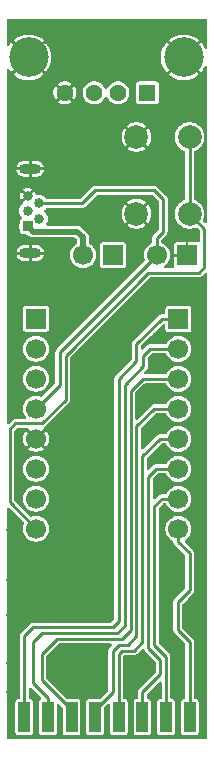
<source format=gbr>
%TF.GenerationSoftware,KiCad,Pcbnew,9.0.6-1.fc43*%
%TF.CreationDate,2025-12-11T00:59:32+10:30*%
%TF.ProjectId,DreameBreakout,44726561-6d65-4427-9265-616b6f75742e,1.1*%
%TF.SameCoordinates,Original*%
%TF.FileFunction,Copper,L2,Bot*%
%TF.FilePolarity,Positive*%
%FSLAX46Y46*%
G04 Gerber Fmt 4.6, Leading zero omitted, Abs format (unit mm)*
G04 Created by KiCad (PCBNEW 9.0.6-1.fc43) date 2025-12-11 00:59:32*
%MOMM*%
%LPD*%
G01*
G04 APERTURE LIST*
%TA.AperFunction,ComponentPad*%
%ADD10R,1.700000X1.700000*%
%TD*%
%TA.AperFunction,ComponentPad*%
%ADD11C,1.700000*%
%TD*%
%TA.AperFunction,ComponentPad*%
%ADD12R,0.840000X0.840000*%
%TD*%
%TA.AperFunction,ComponentPad*%
%ADD13C,0.840000*%
%TD*%
%TA.AperFunction,ComponentPad*%
%ADD14O,1.850000X0.850000*%
%TD*%
%TA.AperFunction,ComponentPad*%
%ADD15C,2.000000*%
%TD*%
%TA.AperFunction,SMDPad,CuDef*%
%ADD16R,1.000000X2.500000*%
%TD*%
%TA.AperFunction,ComponentPad*%
%ADD17C,3.346000*%
%TD*%
%TA.AperFunction,ComponentPad*%
%ADD18C,1.428000*%
%TD*%
%TA.AperFunction,ComponentPad*%
%ADD19R,1.428000X1.428000*%
%TD*%
%TA.AperFunction,ViaPad*%
%ADD20C,1.000000*%
%TD*%
%TA.AperFunction,Conductor*%
%ADD21C,0.250000*%
%TD*%
%TA.AperFunction,Conductor*%
%ADD22C,0.500000*%
%TD*%
G04 APERTURE END LIST*
D10*
%TO.P,JP2,1,A*%
%TO.N,GND*%
X152400000Y-81875000D03*
D11*
%TO.P,JP2,2,B*%
%TO.N,/SoC_USB_OTG_ID*%
X149860000Y-81875000D03*
%TD*%
D10*
%TO.P,J4,1,Pin_1*%
%TO.N,/MCU_NC2*%
X151675000Y-87280000D03*
D11*
%TO.P,J4,2,Pin_2*%
%TO.N,/MCU_NC1*%
X151675000Y-89820000D03*
%TO.P,J4,3,Pin_3*%
%TO.N,/MCU_GND*%
X151675000Y-92360000D03*
%TO.P,J4,4,Pin_4*%
%TO.N,/MCU_SWDIO*%
X151675000Y-94900000D03*
%TO.P,J4,5,Pin_5*%
%TO.N,/MCU_SWCLK*%
X151675000Y-97440000D03*
%TO.P,J4,6,Pin_6*%
%TO.N,/MCU_TX*%
X151675000Y-99980000D03*
%TO.P,J4,7,Pin_7*%
%TO.N,/MCU_RX*%
X151675000Y-102520000D03*
%TO.P,J4,8,Pin_8*%
%TO.N,/MCU_Vref*%
X151675000Y-105060000D03*
%TD*%
D12*
%TO.P,J2,1,VBUS*%
%TO.N,/USB_VBUS*%
X138905000Y-79425000D03*
D13*
%TO.P,J2,2,D-*%
%TO.N,/D-*%
X139905000Y-78775000D03*
%TO.P,J2,3,D+*%
%TO.N,/D+*%
X138905000Y-78125000D03*
%TO.P,J2,4,ID*%
%TO.N,/SoC_USB_OTG_ID*%
X139905000Y-77475000D03*
%TO.P,J2,5,GND*%
%TO.N,GND*%
X138905000Y-76825000D03*
D14*
%TO.P,J2,6,Shield*%
X139125000Y-81700000D03*
X139125000Y-74550000D03*
%TD*%
D10*
%TO.P,J5,1,Pin_1*%
%TO.N,/VBUS*%
X139625000Y-87250000D03*
D11*
%TO.P,J5,2,Pin_2*%
%TO.N,/D-*%
X139625000Y-89790000D03*
%TO.P,J5,3,Pin_3*%
%TO.N,/D+*%
X139625000Y-92330000D03*
%TO.P,J5,4,Pin_4*%
%TO.N,/SoC_USB_OTG_ID*%
X139625000Y-94870000D03*
%TO.P,J5,5,Pin_5*%
%TO.N,GND*%
X139625000Y-97410000D03*
%TO.P,J5,6,Pin_6*%
%TO.N,/SoC_TX*%
X139625000Y-99950000D03*
%TO.P,J5,7,Pin_7*%
%TO.N,/SoC_RX*%
X139625000Y-102490000D03*
%TO.P,J5,8,Pin_8*%
%TO.N,/Boot_SEL*%
X139625000Y-105030000D03*
%TD*%
D10*
%TO.P,JP1,1,A*%
%TO.N,/VBUS*%
X146150000Y-81875000D03*
D11*
%TO.P,JP1,2,B*%
%TO.N,/USB_VBUS*%
X143610000Y-81875000D03*
%TD*%
D15*
%TO.P,SW1,1,1*%
%TO.N,GND*%
X148125000Y-78375000D03*
X148125000Y-71875000D03*
%TO.P,SW1,2,2*%
%TO.N,/Boot_SEL*%
X152625000Y-78375000D03*
X152625000Y-71875000D03*
%TD*%
D16*
%TO.P,J1.2,1,Pin_1*%
%TO.N,/MCU_Vref*%
X152625000Y-120975000D03*
%TO.P,J1.2,2,Pin_2*%
%TO.N,/MCU_RX*%
X150625000Y-120975000D03*
%TO.P,J1.2,3,Pin_3*%
%TO.N,/MCU_TX*%
X148625000Y-120975000D03*
%TO.P,J1.2,4,Pin_4*%
%TO.N,/MCU_SWCLK*%
X146625000Y-120975000D03*
%TO.P,J1.2,5,Pin_5*%
%TO.N,/MCU_SWDIO*%
X144625000Y-120975000D03*
%TO.P,J1.2,6,Pin_6*%
%TO.N,/MCU_GND*%
X142625000Y-120975000D03*
%TO.P,J1.2,7,Pin_7*%
%TO.N,/MCU_NC1*%
X140625000Y-120975000D03*
%TO.P,J1.2,8,Pin_8*%
%TO.N,/MCU_NC2*%
X138625000Y-120975000D03*
%TD*%
D17*
%TO.P,J1,5,Shield*%
%TO.N,GND*%
X152125000Y-65125000D03*
X138985000Y-65125000D03*
D18*
%TO.P,J1,4,GND*%
X142055000Y-68125000D03*
%TO.P,J1,3,D+*%
%TO.N,/D+*%
X144555000Y-68125000D03*
%TO.P,J1,2,D-*%
%TO.N,/D-*%
X146555000Y-68125000D03*
D19*
%TO.P,J1,1,VBUS*%
%TO.N,/VBUS*%
X149055000Y-68125000D03*
%TD*%
D20*
%TO.N,GND*%
X142625000Y-118875000D03*
X141875000Y-112375000D03*
X140625000Y-109375000D03*
X141625000Y-116375000D03*
X140625000Y-112375000D03*
X144625000Y-118875000D03*
X151125000Y-109375000D03*
X143125000Y-94375000D03*
X145625000Y-73375000D03*
X137625000Y-105125000D03*
X143125000Y-100375000D03*
X144125000Y-70375000D03*
X143125000Y-103375000D03*
X137625000Y-112375000D03*
X141625000Y-78875000D03*
X143125000Y-109375000D03*
X145625000Y-91375000D03*
X151125000Y-75375000D03*
X137625000Y-109375000D03*
X151625000Y-116375000D03*
X149875000Y-96125000D03*
X148125000Y-86375000D03*
X152625000Y-69375000D03*
X150125000Y-84375000D03*
X144625000Y-78875000D03*
X145625000Y-65375000D03*
X145625000Y-109375000D03*
X149875000Y-91125000D03*
X141625000Y-72875000D03*
X143125000Y-106375000D03*
X145625000Y-103375000D03*
X148625000Y-65375000D03*
X142625000Y-85375000D03*
X142625000Y-76375000D03*
X137875000Y-93625000D03*
X142625000Y-65375000D03*
X150125000Y-98875000D03*
X138625000Y-72875000D03*
X149875000Y-93625000D03*
X145625000Y-88875000D03*
X139625000Y-85375000D03*
X150125000Y-101375000D03*
X148125000Y-75375000D03*
X137625000Y-116375000D03*
X143125000Y-97375000D03*
X145625000Y-94375000D03*
X144625000Y-83375000D03*
X141625000Y-70375000D03*
X149875000Y-88875000D03*
X145625000Y-97375000D03*
X138625000Y-70375000D03*
X153625000Y-84375000D03*
X145625000Y-106375000D03*
X141625000Y-88375000D03*
X145625000Y-100375000D03*
X143125000Y-92375000D03*
X151125000Y-107375000D03*
X152625000Y-112375000D03*
X150625000Y-112375000D03*
X148875000Y-116375000D03*
X145625000Y-112375000D03*
X147625000Y-118875000D03*
X137625000Y-118875000D03*
X151625000Y-118875000D03*
%TD*%
D21*
%TO.N,/MCU_TX*%
X148625000Y-121125000D02*
X148625000Y-118875000D01*
X148625000Y-118875000D02*
X150125000Y-117375000D01*
X150125000Y-117375000D02*
X150125000Y-116125000D01*
X150125000Y-116125000D02*
X149125000Y-115125000D01*
X149125000Y-115125000D02*
X149125000Y-100625000D01*
X149800000Y-99950000D02*
X151625000Y-99950000D01*
X149125000Y-100625000D02*
X149800000Y-99950000D01*
%TO.N,/MCU_NC2*%
X151625000Y-87250000D02*
X150250000Y-87250000D01*
X150250000Y-87250000D02*
X148125000Y-89375000D01*
X148125000Y-89375000D02*
X148125000Y-90875000D01*
X148125000Y-90875000D02*
X146625000Y-92375000D01*
X146625000Y-92375000D02*
X146625000Y-112875000D01*
X138625000Y-114125000D02*
X138625000Y-121125000D01*
X146625000Y-112875000D02*
X146125000Y-113375000D01*
X139375000Y-113375000D02*
X138625000Y-114125000D01*
X146125000Y-113375000D02*
X139375000Y-113375000D01*
%TO.N,/MCU_Vref*%
X152625000Y-114625000D02*
X152625000Y-121125000D01*
X151625000Y-113625000D02*
X152625000Y-114625000D01*
X151625000Y-111250000D02*
X151625000Y-113625000D01*
X152625000Y-110250000D02*
X151625000Y-111250000D01*
X152625000Y-107125000D02*
X152625000Y-110250000D01*
X151625000Y-106125000D02*
X152625000Y-107125000D01*
X151625000Y-105030000D02*
X151625000Y-106125000D01*
%TO.N,/MCU_NC1*%
X151625000Y-89790000D02*
X149295000Y-89790000D01*
X149295000Y-89790000D02*
X148710000Y-90375000D01*
X148710000Y-91290000D02*
X148710000Y-90375000D01*
X147125000Y-92875000D02*
X148710000Y-91290000D01*
X140625000Y-121125000D02*
X140625000Y-119375000D01*
X147125000Y-113262810D02*
X147125000Y-92875000D01*
X140625000Y-119375000D02*
X139375000Y-118125000D01*
X146512810Y-113875000D02*
X147125000Y-113262810D01*
X139375000Y-118125000D02*
X139375000Y-114625000D01*
X140125000Y-113875000D02*
X146512810Y-113875000D01*
X139375000Y-114625000D02*
X140125000Y-113875000D01*
%TO.N,/MCU_RX*%
X150625000Y-121125000D02*
X150625000Y-115875000D01*
X150260000Y-102490000D02*
X151625000Y-102490000D01*
X150625000Y-115875000D02*
X149625000Y-114875000D01*
X149625000Y-103125000D02*
X150260000Y-102490000D01*
X149625000Y-114875000D02*
X149625000Y-103125000D01*
%TO.N,/Boot_SEL*%
X142125000Y-94125000D02*
X142125000Y-90375000D01*
X140125000Y-96125000D02*
X142125000Y-94125000D01*
X142125000Y-90375000D02*
X149125000Y-83375000D01*
X137875000Y-96125000D02*
X140125000Y-96125000D01*
X149125000Y-83375000D02*
X153375000Y-83375000D01*
X137375000Y-96625000D02*
X137875000Y-96125000D01*
X153375000Y-83375000D02*
X153875000Y-82875000D01*
X137375000Y-102780000D02*
X137375000Y-96625000D01*
X153875000Y-82875000D02*
X153875000Y-79625000D01*
X139625000Y-105030000D02*
X137375000Y-102780000D01*
X153875000Y-79625000D02*
X152625000Y-78375000D01*
X152625000Y-71875000D02*
X152625000Y-78375000D01*
%TO.N,/SoC_USB_OTG_ID*%
X139625000Y-94870000D02*
X141625000Y-92870000D01*
X141625000Y-92870000D02*
X141625000Y-90100000D01*
X141625000Y-90100000D02*
X149850000Y-81875000D01*
X149850000Y-81875000D02*
X149850000Y-80400000D01*
X149850000Y-80400000D02*
X150375000Y-79875000D01*
X150375000Y-79875000D02*
X150375000Y-77125000D01*
X150375000Y-77125000D02*
X149625000Y-76375000D01*
X149625000Y-76375000D02*
X144625000Y-76375000D01*
X144625000Y-76375000D02*
X143525000Y-77475000D01*
X143525000Y-77475000D02*
X139905000Y-77475000D01*
D22*
%TO.N,/USB_VBUS*%
X143610000Y-80360000D02*
X143125000Y-79875000D01*
X143610000Y-81875000D02*
X143610000Y-80360000D01*
X143125000Y-79875000D02*
X139355000Y-79875000D01*
X139355000Y-79875000D02*
X138905000Y-79425000D01*
D21*
%TO.N,/MCU_SWCLK*%
X150107500Y-97410000D02*
X151625000Y-97410000D01*
X148625000Y-98892500D02*
X150107500Y-97410000D01*
X147875000Y-115375000D02*
X148625000Y-114625000D01*
X148625000Y-114625000D02*
X148625000Y-98892500D01*
X146875000Y-115375000D02*
X147875000Y-115375000D01*
X146625000Y-115625000D02*
X146875000Y-115375000D01*
X146625000Y-121125000D02*
X146625000Y-115625000D01*
%TO.N,/MCU_GND*%
X140125000Y-115625000D02*
X140125000Y-117875000D01*
X141375000Y-114375000D02*
X140125000Y-115625000D01*
X146875000Y-114375000D02*
X141375000Y-114375000D01*
X147625000Y-113625000D02*
X146875000Y-114375000D01*
X147625000Y-93375000D02*
X147625000Y-113625000D01*
X140125000Y-117875000D02*
X142625000Y-120375000D01*
X148670000Y-92330000D02*
X147625000Y-93375000D01*
X151625000Y-92330000D02*
X148670000Y-92330000D01*
%TO.N,/MCU_SWDIO*%
X146125000Y-118875000D02*
X144625000Y-120375000D01*
X146125000Y-115375000D02*
X146125000Y-118875000D01*
X146625000Y-114875000D02*
X146125000Y-115375000D01*
X147375000Y-114875000D02*
X146625000Y-114875000D01*
X148125000Y-114125000D02*
X147375000Y-114875000D01*
X148125000Y-96375000D02*
X148125000Y-114125000D01*
X149630000Y-94870000D02*
X148125000Y-96375000D01*
X151625000Y-94870000D02*
X149630000Y-94870000D01*
%TD*%
%TA.AperFunction,Conductor*%
%TO.N,GND*%
G36*
X154043834Y-83339716D02*
G01*
X154099767Y-83381588D01*
X154124184Y-83447052D01*
X154124500Y-83455898D01*
X154124500Y-122750500D01*
X154104815Y-122817539D01*
X154052011Y-122863294D01*
X154000500Y-122874500D01*
X137249500Y-122874500D01*
X137182461Y-122854815D01*
X137136706Y-122802011D01*
X137125500Y-122750500D01*
X137125500Y-119700321D01*
X137874500Y-119700321D01*
X137874500Y-122249678D01*
X137889032Y-122322735D01*
X137889033Y-122322739D01*
X137889034Y-122322740D01*
X137944399Y-122405601D01*
X138027260Y-122460966D01*
X138027264Y-122460967D01*
X138100321Y-122475499D01*
X138100324Y-122475500D01*
X138100326Y-122475500D01*
X139149676Y-122475500D01*
X139149677Y-122475499D01*
X139222740Y-122460966D01*
X139305601Y-122405601D01*
X139360966Y-122322740D01*
X139375500Y-122249674D01*
X139375500Y-119700326D01*
X139375500Y-119700323D01*
X139375499Y-119700321D01*
X139360967Y-119627264D01*
X139360966Y-119627260D01*
X139305601Y-119544399D01*
X139222740Y-119489034D01*
X139222739Y-119489033D01*
X139222735Y-119489032D01*
X139149677Y-119474500D01*
X139149674Y-119474500D01*
X139124500Y-119474500D01*
X139057461Y-119454815D01*
X139011706Y-119402011D01*
X139000500Y-119350500D01*
X139000500Y-118580899D01*
X139020185Y-118513860D01*
X139072989Y-118468105D01*
X139142147Y-118458161D01*
X139205703Y-118487186D01*
X139212181Y-118493218D01*
X140028763Y-119309800D01*
X140062248Y-119371123D01*
X140057264Y-119440815D01*
X140015392Y-119496748D01*
X140009974Y-119500582D01*
X139944400Y-119544397D01*
X139889033Y-119627260D01*
X139889032Y-119627264D01*
X139874500Y-119700321D01*
X139874500Y-122249678D01*
X139889032Y-122322735D01*
X139889033Y-122322739D01*
X139889034Y-122322740D01*
X139944399Y-122405601D01*
X140027260Y-122460966D01*
X140027264Y-122460967D01*
X140100321Y-122475499D01*
X140100324Y-122475500D01*
X140100326Y-122475500D01*
X141149676Y-122475500D01*
X141149677Y-122475499D01*
X141222740Y-122460966D01*
X141305601Y-122405601D01*
X141360966Y-122322740D01*
X141375500Y-122249674D01*
X141375500Y-119955898D01*
X141395185Y-119888860D01*
X141447989Y-119843105D01*
X141517147Y-119833161D01*
X141580703Y-119862186D01*
X141587181Y-119868218D01*
X141838181Y-120119218D01*
X141871666Y-120180541D01*
X141874500Y-120206899D01*
X141874500Y-122249678D01*
X141889032Y-122322735D01*
X141889033Y-122322739D01*
X141889034Y-122322740D01*
X141944399Y-122405601D01*
X142027260Y-122460966D01*
X142027264Y-122460967D01*
X142100321Y-122475499D01*
X142100324Y-122475500D01*
X142100326Y-122475500D01*
X143149676Y-122475500D01*
X143149677Y-122475499D01*
X143222740Y-122460966D01*
X143305601Y-122405601D01*
X143360966Y-122322740D01*
X143375500Y-122249674D01*
X143375500Y-119700326D01*
X143375500Y-119700323D01*
X143375499Y-119700321D01*
X143360967Y-119627264D01*
X143360966Y-119627260D01*
X143305601Y-119544399D01*
X143222740Y-119489034D01*
X143222739Y-119489033D01*
X143222735Y-119489032D01*
X143149677Y-119474500D01*
X143149674Y-119474500D01*
X142306899Y-119474500D01*
X142239860Y-119454815D01*
X142219218Y-119438181D01*
X140536819Y-117755782D01*
X140503334Y-117694459D01*
X140500500Y-117668101D01*
X140500500Y-115831899D01*
X140520185Y-115764860D01*
X140536819Y-115744218D01*
X141494218Y-114786819D01*
X141555541Y-114753334D01*
X141581899Y-114750500D01*
X145919101Y-114750500D01*
X145986140Y-114770185D01*
X146031895Y-114822989D01*
X146041839Y-114892147D01*
X146012814Y-114955703D01*
X146006782Y-114962181D01*
X145824527Y-115144435D01*
X145775090Y-115230062D01*
X145775090Y-115230063D01*
X145749779Y-115324525D01*
X145749771Y-115324552D01*
X145749500Y-115325560D01*
X145749500Y-118668101D01*
X145729815Y-118735140D01*
X145713181Y-118755782D01*
X145030782Y-119438181D01*
X144969459Y-119471666D01*
X144943101Y-119474500D01*
X144100323Y-119474500D01*
X144027264Y-119489032D01*
X144027260Y-119489033D01*
X143944399Y-119544399D01*
X143889033Y-119627260D01*
X143889032Y-119627264D01*
X143874500Y-119700321D01*
X143874500Y-122249678D01*
X143889032Y-122322735D01*
X143889033Y-122322739D01*
X143889034Y-122322740D01*
X143944399Y-122405601D01*
X144027260Y-122460966D01*
X144027264Y-122460967D01*
X144100321Y-122475499D01*
X144100324Y-122475500D01*
X144100326Y-122475500D01*
X145149676Y-122475500D01*
X145149677Y-122475499D01*
X145222740Y-122460966D01*
X145305601Y-122405601D01*
X145360966Y-122322740D01*
X145375500Y-122249674D01*
X145375500Y-120206898D01*
X145395185Y-120139859D01*
X145411815Y-120119221D01*
X145662819Y-119868216D01*
X145724142Y-119834732D01*
X145793834Y-119839716D01*
X145849767Y-119881588D01*
X145874184Y-119947052D01*
X145874500Y-119955898D01*
X145874500Y-122249678D01*
X145889032Y-122322735D01*
X145889033Y-122322739D01*
X145889034Y-122322740D01*
X145944399Y-122405601D01*
X146027260Y-122460966D01*
X146027264Y-122460967D01*
X146100321Y-122475499D01*
X146100324Y-122475500D01*
X146100326Y-122475500D01*
X147149676Y-122475500D01*
X147149677Y-122475499D01*
X147222740Y-122460966D01*
X147305601Y-122405601D01*
X147360966Y-122322740D01*
X147375500Y-122249674D01*
X147375500Y-119700326D01*
X147375500Y-119700323D01*
X147375499Y-119700321D01*
X147360967Y-119627264D01*
X147360966Y-119627260D01*
X147305601Y-119544399D01*
X147222740Y-119489034D01*
X147222739Y-119489033D01*
X147222735Y-119489032D01*
X147149677Y-119474500D01*
X147149674Y-119474500D01*
X147124500Y-119474500D01*
X147057461Y-119454815D01*
X147011706Y-119402011D01*
X147000500Y-119350500D01*
X147000500Y-115874500D01*
X147020185Y-115807461D01*
X147072989Y-115761706D01*
X147124500Y-115750500D01*
X147924435Y-115750500D01*
X147924436Y-115750500D01*
X147972186Y-115737705D01*
X148019938Y-115724910D01*
X148105562Y-115675475D01*
X148175475Y-115605562D01*
X148567436Y-115213600D01*
X148628757Y-115180117D01*
X148698448Y-115185101D01*
X148754382Y-115226972D01*
X148771669Y-115262560D01*
X148771981Y-115262431D01*
X148774149Y-115267667D01*
X148774889Y-115269190D01*
X148775090Y-115269938D01*
X148807203Y-115325560D01*
X148824526Y-115355563D01*
X149713181Y-116244218D01*
X149746666Y-116305541D01*
X149749500Y-116331899D01*
X149749500Y-117168101D01*
X149729815Y-117235140D01*
X149713181Y-117255782D01*
X148324526Y-118644436D01*
X148275091Y-118730059D01*
X148275091Y-118730060D01*
X148275090Y-118730062D01*
X148249500Y-118825565D01*
X148249500Y-118825567D01*
X148249500Y-119350500D01*
X148229815Y-119417539D01*
X148177011Y-119463294D01*
X148125500Y-119474500D01*
X148100323Y-119474500D01*
X148027264Y-119489032D01*
X148027260Y-119489033D01*
X147944399Y-119544399D01*
X147889033Y-119627260D01*
X147889032Y-119627264D01*
X147874500Y-119700321D01*
X147874500Y-122249678D01*
X147889032Y-122322735D01*
X147889033Y-122322739D01*
X147889034Y-122322740D01*
X147944399Y-122405601D01*
X148027260Y-122460966D01*
X148027264Y-122460967D01*
X148100321Y-122475499D01*
X148100324Y-122475500D01*
X148100326Y-122475500D01*
X149149676Y-122475500D01*
X149149677Y-122475499D01*
X149222740Y-122460966D01*
X149305601Y-122405601D01*
X149360966Y-122322740D01*
X149375500Y-122249674D01*
X149375500Y-119700326D01*
X149375500Y-119700323D01*
X149375499Y-119700321D01*
X149360967Y-119627264D01*
X149360966Y-119627260D01*
X149305601Y-119544399D01*
X149222740Y-119489034D01*
X149222739Y-119489033D01*
X149222735Y-119489032D01*
X149149677Y-119474500D01*
X149149674Y-119474500D01*
X149124500Y-119474500D01*
X149057461Y-119454815D01*
X149011706Y-119402011D01*
X149000500Y-119350500D01*
X149000500Y-119081899D01*
X149020185Y-119014860D01*
X149036819Y-118994218D01*
X150037819Y-117993218D01*
X150099142Y-117959733D01*
X150168834Y-117964717D01*
X150224767Y-118006589D01*
X150249184Y-118072053D01*
X150249500Y-118080899D01*
X150249500Y-119350500D01*
X150229815Y-119417539D01*
X150177011Y-119463294D01*
X150125500Y-119474500D01*
X150100323Y-119474500D01*
X150027264Y-119489032D01*
X150027260Y-119489033D01*
X149944399Y-119544399D01*
X149889033Y-119627260D01*
X149889032Y-119627264D01*
X149874500Y-119700321D01*
X149874500Y-122249678D01*
X149889032Y-122322735D01*
X149889033Y-122322739D01*
X149889034Y-122322740D01*
X149944399Y-122405601D01*
X150027260Y-122460966D01*
X150027264Y-122460967D01*
X150100321Y-122475499D01*
X150100324Y-122475500D01*
X150100326Y-122475500D01*
X151149676Y-122475500D01*
X151149677Y-122475499D01*
X151222740Y-122460966D01*
X151305601Y-122405601D01*
X151360966Y-122322740D01*
X151375500Y-122249674D01*
X151375500Y-119700326D01*
X151375500Y-119700323D01*
X151375499Y-119700321D01*
X151360967Y-119627264D01*
X151360966Y-119627260D01*
X151305601Y-119544399D01*
X151222740Y-119489034D01*
X151222739Y-119489033D01*
X151222735Y-119489032D01*
X151149677Y-119474500D01*
X151149674Y-119474500D01*
X151124500Y-119474500D01*
X151057461Y-119454815D01*
X151011706Y-119402011D01*
X151000500Y-119350500D01*
X151000500Y-115825566D01*
X151000500Y-115825565D01*
X151000500Y-115825564D01*
X150974911Y-115730063D01*
X150925475Y-115644438D01*
X150036819Y-114755782D01*
X150003334Y-114694459D01*
X150000500Y-114668101D01*
X150000500Y-104973389D01*
X150574500Y-104973389D01*
X150574500Y-105146611D01*
X150601598Y-105317701D01*
X150655127Y-105482445D01*
X150733768Y-105636788D01*
X150835586Y-105776928D01*
X150958072Y-105899414D01*
X151037186Y-105956894D01*
X151098207Y-106001229D01*
X151098209Y-106001230D01*
X151098212Y-106001232D01*
X151181795Y-106043819D01*
X151232590Y-106091792D01*
X151249500Y-106154303D01*
X151249500Y-106174435D01*
X151275090Y-106269938D01*
X151275091Y-106269939D01*
X151275091Y-106269940D01*
X151324526Y-106355563D01*
X152213181Y-107244218D01*
X152246666Y-107305541D01*
X152249500Y-107331899D01*
X152249500Y-110043101D01*
X152229815Y-110110140D01*
X152213181Y-110130782D01*
X151324526Y-111019436D01*
X151275091Y-111105059D01*
X151275091Y-111105060D01*
X151275090Y-111105062D01*
X151249500Y-111200565D01*
X151249500Y-111200567D01*
X151249500Y-113674436D01*
X151262277Y-113722123D01*
X151262295Y-113722185D01*
X151275091Y-113769940D01*
X151324526Y-113855563D01*
X152213181Y-114744218D01*
X152246666Y-114805541D01*
X152249500Y-114831899D01*
X152249500Y-119350500D01*
X152229815Y-119417539D01*
X152177011Y-119463294D01*
X152125500Y-119474500D01*
X152100323Y-119474500D01*
X152027264Y-119489032D01*
X152027260Y-119489033D01*
X151944399Y-119544399D01*
X151889033Y-119627260D01*
X151889032Y-119627264D01*
X151874500Y-119700321D01*
X151874500Y-122249678D01*
X151889032Y-122322735D01*
X151889033Y-122322739D01*
X151889034Y-122322740D01*
X151944399Y-122405601D01*
X152027260Y-122460966D01*
X152027264Y-122460967D01*
X152100321Y-122475499D01*
X152100324Y-122475500D01*
X152100326Y-122475500D01*
X153149676Y-122475500D01*
X153149677Y-122475499D01*
X153222740Y-122460966D01*
X153305601Y-122405601D01*
X153360966Y-122322740D01*
X153375500Y-122249674D01*
X153375500Y-119700326D01*
X153375500Y-119700323D01*
X153375499Y-119700321D01*
X153360967Y-119627264D01*
X153360966Y-119627260D01*
X153305601Y-119544399D01*
X153222740Y-119489034D01*
X153222739Y-119489033D01*
X153222735Y-119489032D01*
X153149677Y-119474500D01*
X153149674Y-119474500D01*
X153124500Y-119474500D01*
X153057461Y-119454815D01*
X153011706Y-119402011D01*
X153000500Y-119350500D01*
X153000500Y-114575566D01*
X153000499Y-114575558D01*
X153000228Y-114574547D01*
X153000228Y-114574548D01*
X152998530Y-114568214D01*
X152974911Y-114480063D01*
X152925475Y-114394438D01*
X152036819Y-113505782D01*
X152003334Y-113444459D01*
X152000500Y-113418101D01*
X152000500Y-111456899D01*
X152020185Y-111389860D01*
X152036819Y-111369218D01*
X152456512Y-110949525D01*
X152925475Y-110480562D01*
X152974911Y-110394937D01*
X153000500Y-110299436D01*
X153000500Y-110200564D01*
X153000500Y-107075565D01*
X153000500Y-107075564D01*
X152974911Y-106980063D01*
X152925475Y-106894438D01*
X152226900Y-106195863D01*
X152193415Y-106134540D01*
X152198399Y-106064848D01*
X152240271Y-106008915D01*
X152249808Y-106002444D01*
X152251771Y-106001240D01*
X152251788Y-106001232D01*
X152391928Y-105899414D01*
X152514414Y-105776928D01*
X152616232Y-105636788D01*
X152694873Y-105482445D01*
X152748402Y-105317701D01*
X152775500Y-105146611D01*
X152775500Y-104973389D01*
X152748402Y-104802299D01*
X152694873Y-104637555D01*
X152616232Y-104483212D01*
X152514414Y-104343072D01*
X152391928Y-104220586D01*
X152251788Y-104118768D01*
X152097445Y-104040127D01*
X151932701Y-103986598D01*
X151932699Y-103986597D01*
X151932698Y-103986597D01*
X151801271Y-103965781D01*
X151761611Y-103959500D01*
X151588389Y-103959500D01*
X151548728Y-103965781D01*
X151417302Y-103986597D01*
X151252552Y-104040128D01*
X151098211Y-104118768D01*
X151018256Y-104176859D01*
X150958072Y-104220586D01*
X150958070Y-104220588D01*
X150958069Y-104220588D01*
X150835588Y-104343069D01*
X150835588Y-104343070D01*
X150835586Y-104343072D01*
X150791859Y-104403256D01*
X150733768Y-104483211D01*
X150655128Y-104637552D01*
X150601597Y-104802302D01*
X150574500Y-104973389D01*
X150000500Y-104973389D01*
X150000500Y-103331899D01*
X150020185Y-103264860D01*
X150036819Y-103244218D01*
X150379218Y-102901819D01*
X150406145Y-102887115D01*
X150431964Y-102870523D01*
X150438164Y-102869631D01*
X150440541Y-102868334D01*
X150466899Y-102865500D01*
X150540401Y-102865500D01*
X150607440Y-102885185D01*
X150653195Y-102937989D01*
X150654964Y-102942052D01*
X150655126Y-102942444D01*
X150655127Y-102942445D01*
X150733768Y-103096788D01*
X150835586Y-103236928D01*
X150958072Y-103359414D01*
X151098212Y-103461232D01*
X151252555Y-103539873D01*
X151417299Y-103593402D01*
X151588389Y-103620500D01*
X151588390Y-103620500D01*
X151761610Y-103620500D01*
X151761611Y-103620500D01*
X151932701Y-103593402D01*
X152097445Y-103539873D01*
X152251788Y-103461232D01*
X152391928Y-103359414D01*
X152514414Y-103236928D01*
X152616232Y-103096788D01*
X152694873Y-102942445D01*
X152748402Y-102777701D01*
X152775500Y-102606611D01*
X152775500Y-102433389D01*
X152748402Y-102262299D01*
X152694873Y-102097555D01*
X152616232Y-101943212D01*
X152514414Y-101803072D01*
X152391928Y-101680586D01*
X152251788Y-101578768D01*
X152097445Y-101500127D01*
X151932701Y-101446598D01*
X151932699Y-101446597D01*
X151932698Y-101446597D01*
X151801271Y-101425781D01*
X151761611Y-101419500D01*
X151588389Y-101419500D01*
X151548728Y-101425781D01*
X151417302Y-101446597D01*
X151252552Y-101500128D01*
X151098211Y-101578768D01*
X151018256Y-101636859D01*
X150958072Y-101680586D01*
X150958070Y-101680588D01*
X150958069Y-101680588D01*
X150835588Y-101803069D01*
X150835588Y-101803070D01*
X150835586Y-101803072D01*
X150791859Y-101863256D01*
X150733768Y-101943211D01*
X150680990Y-102046795D01*
X150633015Y-102097591D01*
X150570505Y-102114500D01*
X150210564Y-102114500D01*
X150115061Y-102140089D01*
X150029438Y-102189525D01*
X150029435Y-102189527D01*
X149712181Y-102506782D01*
X149650858Y-102540267D01*
X149581166Y-102535283D01*
X149525233Y-102493411D01*
X149500816Y-102427947D01*
X149500500Y-102419101D01*
X149500500Y-100831899D01*
X149520185Y-100764860D01*
X149536819Y-100744218D01*
X149919218Y-100361819D01*
X149980541Y-100328334D01*
X150006899Y-100325500D01*
X150540401Y-100325500D01*
X150607440Y-100345185D01*
X150653195Y-100397989D01*
X150654964Y-100402052D01*
X150655126Y-100402444D01*
X150655127Y-100402445D01*
X150733768Y-100556788D01*
X150835586Y-100696928D01*
X150958072Y-100819414D01*
X151098212Y-100921232D01*
X151252555Y-100999873D01*
X151417299Y-101053402D01*
X151588389Y-101080500D01*
X151588390Y-101080500D01*
X151761610Y-101080500D01*
X151761611Y-101080500D01*
X151932701Y-101053402D01*
X152097445Y-100999873D01*
X152251788Y-100921232D01*
X152391928Y-100819414D01*
X152514414Y-100696928D01*
X152616232Y-100556788D01*
X152694873Y-100402445D01*
X152748402Y-100237701D01*
X152775500Y-100066611D01*
X152775500Y-99893389D01*
X152748402Y-99722299D01*
X152694873Y-99557555D01*
X152616232Y-99403212D01*
X152514414Y-99263072D01*
X152391928Y-99140586D01*
X152251788Y-99038768D01*
X152097445Y-98960127D01*
X151932701Y-98906598D01*
X151932699Y-98906597D01*
X151932698Y-98906597D01*
X151801271Y-98885781D01*
X151761611Y-98879500D01*
X151588389Y-98879500D01*
X151548728Y-98885781D01*
X151417302Y-98906597D01*
X151252552Y-98960128D01*
X151098211Y-99038768D01*
X151085454Y-99048037D01*
X150958072Y-99140586D01*
X150958070Y-99140588D01*
X150958069Y-99140588D01*
X150835588Y-99263069D01*
X150835588Y-99263070D01*
X150835586Y-99263072D01*
X150791859Y-99323256D01*
X150733768Y-99403211D01*
X150680990Y-99506795D01*
X150633015Y-99557591D01*
X150570505Y-99574500D01*
X149750564Y-99574500D01*
X149702812Y-99587295D01*
X149702811Y-99587294D01*
X149655063Y-99600089D01*
X149655062Y-99600089D01*
X149569435Y-99649527D01*
X149212181Y-100006782D01*
X149150858Y-100040267D01*
X149081166Y-100035283D01*
X149025233Y-99993411D01*
X149000816Y-99927947D01*
X149000500Y-99919101D01*
X149000500Y-99099399D01*
X149020185Y-99032360D01*
X149036819Y-99011718D01*
X150226718Y-97821819D01*
X150253645Y-97807115D01*
X150279464Y-97790523D01*
X150285664Y-97789631D01*
X150288041Y-97788334D01*
X150314399Y-97785500D01*
X150540401Y-97785500D01*
X150607440Y-97805185D01*
X150653195Y-97857989D01*
X150654964Y-97862052D01*
X150655126Y-97862444D01*
X150655127Y-97862445D01*
X150733768Y-98016788D01*
X150835586Y-98156928D01*
X150958072Y-98279414D01*
X151098212Y-98381232D01*
X151252555Y-98459873D01*
X151417299Y-98513402D01*
X151588389Y-98540500D01*
X151588390Y-98540500D01*
X151761610Y-98540500D01*
X151761611Y-98540500D01*
X151932701Y-98513402D01*
X152097445Y-98459873D01*
X152251788Y-98381232D01*
X152391928Y-98279414D01*
X152514414Y-98156928D01*
X152616232Y-98016788D01*
X152694873Y-97862445D01*
X152748402Y-97697701D01*
X152775500Y-97526611D01*
X152775500Y-97353389D01*
X152748402Y-97182299D01*
X152694873Y-97017555D01*
X152616232Y-96863212D01*
X152514414Y-96723072D01*
X152391928Y-96600586D01*
X152251788Y-96498768D01*
X152097445Y-96420127D01*
X151932701Y-96366598D01*
X151932699Y-96366597D01*
X151932698Y-96366597D01*
X151786632Y-96343463D01*
X151761611Y-96339500D01*
X151588389Y-96339500D01*
X151563368Y-96343463D01*
X151417302Y-96366597D01*
X151252552Y-96420128D01*
X151098211Y-96498768D01*
X151045839Y-96536819D01*
X150958072Y-96600586D01*
X150958070Y-96600588D01*
X150958069Y-96600588D01*
X150835588Y-96723069D01*
X150835588Y-96723070D01*
X150835586Y-96723072D01*
X150805225Y-96764860D01*
X150733768Y-96863211D01*
X150680990Y-96966795D01*
X150633015Y-97017591D01*
X150570505Y-97034500D01*
X150058064Y-97034500D01*
X149962561Y-97060089D01*
X149876938Y-97109525D01*
X149876935Y-97109527D01*
X148712181Y-98274282D01*
X148650858Y-98307767D01*
X148581166Y-98302783D01*
X148525233Y-98260911D01*
X148500816Y-98195447D01*
X148500500Y-98186601D01*
X148500500Y-96581899D01*
X148520185Y-96514860D01*
X148536819Y-96494218D01*
X149749218Y-95281819D01*
X149810541Y-95248334D01*
X149836899Y-95245500D01*
X150540401Y-95245500D01*
X150607440Y-95265185D01*
X150653195Y-95317989D01*
X150654964Y-95322052D01*
X150655126Y-95322444D01*
X150655127Y-95322445D01*
X150733768Y-95476788D01*
X150835586Y-95616928D01*
X150958072Y-95739414D01*
X151098212Y-95841232D01*
X151252555Y-95919873D01*
X151417299Y-95973402D01*
X151588389Y-96000500D01*
X151588390Y-96000500D01*
X151761610Y-96000500D01*
X151761611Y-96000500D01*
X151932701Y-95973402D01*
X152097445Y-95919873D01*
X152251788Y-95841232D01*
X152391928Y-95739414D01*
X152514414Y-95616928D01*
X152616232Y-95476788D01*
X152694873Y-95322445D01*
X152748402Y-95157701D01*
X152775500Y-94986611D01*
X152775500Y-94813389D01*
X152748402Y-94642299D01*
X152694873Y-94477555D01*
X152616232Y-94323212D01*
X152514414Y-94183072D01*
X152391928Y-94060586D01*
X152251788Y-93958768D01*
X152097445Y-93880127D01*
X151932701Y-93826598D01*
X151932699Y-93826597D01*
X151932698Y-93826597D01*
X151801271Y-93805781D01*
X151761611Y-93799500D01*
X151588389Y-93799500D01*
X151548728Y-93805781D01*
X151417302Y-93826597D01*
X151252552Y-93880128D01*
X151098211Y-93958768D01*
X151033504Y-94005781D01*
X150958072Y-94060586D01*
X150958070Y-94060588D01*
X150958069Y-94060588D01*
X150835588Y-94183069D01*
X150835588Y-94183070D01*
X150835586Y-94183072D01*
X150791859Y-94243256D01*
X150733768Y-94323211D01*
X150680990Y-94426795D01*
X150633015Y-94477591D01*
X150570505Y-94494500D01*
X149580564Y-94494500D01*
X149532812Y-94507295D01*
X149532811Y-94507294D01*
X149485063Y-94520089D01*
X149485062Y-94520089D01*
X149399435Y-94569527D01*
X148212181Y-95756782D01*
X148150858Y-95790267D01*
X148081166Y-95785283D01*
X148025233Y-95743411D01*
X148000816Y-95677947D01*
X148000500Y-95669101D01*
X148000500Y-93581899D01*
X148020185Y-93514860D01*
X148036819Y-93494218D01*
X148789218Y-92741819D01*
X148850541Y-92708334D01*
X148876899Y-92705500D01*
X150540401Y-92705500D01*
X150607440Y-92725185D01*
X150653195Y-92777989D01*
X150654964Y-92782052D01*
X150655126Y-92782444D01*
X150655127Y-92782445D01*
X150733768Y-92936788D01*
X150835586Y-93076928D01*
X150958072Y-93199414D01*
X151098212Y-93301232D01*
X151252555Y-93379873D01*
X151417299Y-93433402D01*
X151588389Y-93460500D01*
X151588390Y-93460500D01*
X151761610Y-93460500D01*
X151761611Y-93460500D01*
X151932701Y-93433402D01*
X152097445Y-93379873D01*
X152251788Y-93301232D01*
X152391928Y-93199414D01*
X152514414Y-93076928D01*
X152616232Y-92936788D01*
X152694873Y-92782445D01*
X152748402Y-92617701D01*
X152775500Y-92446611D01*
X152775500Y-92273389D01*
X152748402Y-92102299D01*
X152694873Y-91937555D01*
X152616232Y-91783212D01*
X152514414Y-91643072D01*
X152391928Y-91520586D01*
X152251788Y-91418768D01*
X152097445Y-91340127D01*
X151932701Y-91286598D01*
X151932699Y-91286597D01*
X151932698Y-91286597D01*
X151801271Y-91265781D01*
X151761611Y-91259500D01*
X151588389Y-91259500D01*
X151548728Y-91265781D01*
X151417302Y-91286597D01*
X151252552Y-91340128D01*
X151098211Y-91418768D01*
X151075953Y-91434940D01*
X150958072Y-91520586D01*
X150958070Y-91520588D01*
X150958069Y-91520588D01*
X150835588Y-91643069D01*
X150835588Y-91643070D01*
X150835586Y-91643072D01*
X150791859Y-91703256D01*
X150733768Y-91783211D01*
X150680990Y-91886795D01*
X150633015Y-91937591D01*
X150570505Y-91954500D01*
X148875899Y-91954500D01*
X148808860Y-91934815D01*
X148763105Y-91882011D01*
X148753161Y-91812853D01*
X148782186Y-91749297D01*
X148788218Y-91742819D01*
X148887968Y-91643069D01*
X149010474Y-91520563D01*
X149010475Y-91520562D01*
X149059910Y-91434938D01*
X149085500Y-91339435D01*
X149085500Y-90581899D01*
X149105185Y-90514860D01*
X149121819Y-90494218D01*
X149414218Y-90201819D01*
X149475541Y-90168334D01*
X149501899Y-90165500D01*
X150540401Y-90165500D01*
X150607440Y-90185185D01*
X150653195Y-90237989D01*
X150654964Y-90242052D01*
X150655126Y-90242444D01*
X150655127Y-90242445D01*
X150733768Y-90396788D01*
X150835586Y-90536928D01*
X150958072Y-90659414D01*
X151098212Y-90761232D01*
X151252555Y-90839873D01*
X151417299Y-90893402D01*
X151588389Y-90920500D01*
X151588390Y-90920500D01*
X151761610Y-90920500D01*
X151761611Y-90920500D01*
X151932701Y-90893402D01*
X152097445Y-90839873D01*
X152251788Y-90761232D01*
X152391928Y-90659414D01*
X152514414Y-90536928D01*
X152616232Y-90396788D01*
X152694873Y-90242445D01*
X152748402Y-90077701D01*
X152775500Y-89906611D01*
X152775500Y-89733389D01*
X152748402Y-89562299D01*
X152694873Y-89397555D01*
X152616232Y-89243212D01*
X152514414Y-89103072D01*
X152391928Y-88980586D01*
X152251788Y-88878768D01*
X152097445Y-88800127D01*
X151932701Y-88746598D01*
X151932699Y-88746597D01*
X151932698Y-88746597D01*
X151801271Y-88725781D01*
X151761611Y-88719500D01*
X151588389Y-88719500D01*
X151548728Y-88725781D01*
X151417302Y-88746597D01*
X151252552Y-88800128D01*
X151098211Y-88878768D01*
X151018256Y-88936859D01*
X150958072Y-88980586D01*
X150958070Y-88980588D01*
X150958069Y-88980588D01*
X150835588Y-89103069D01*
X150835588Y-89103070D01*
X150835586Y-89103072D01*
X150805533Y-89144436D01*
X150733768Y-89243211D01*
X150680990Y-89346795D01*
X150633015Y-89397591D01*
X150570505Y-89414500D01*
X149245563Y-89414500D01*
X149208482Y-89424436D01*
X149208481Y-89424435D01*
X149150063Y-89440089D01*
X149150062Y-89440089D01*
X149064435Y-89489527D01*
X148712181Y-89841782D01*
X148692744Y-89852394D01*
X148676011Y-89866895D01*
X148662679Y-89868811D01*
X148650858Y-89875267D01*
X148628771Y-89873687D01*
X148606853Y-89876839D01*
X148594601Y-89871243D01*
X148581166Y-89870283D01*
X148563439Y-89857012D01*
X148543297Y-89847814D01*
X148536014Y-89836482D01*
X148525233Y-89828411D01*
X148517495Y-89807665D01*
X148505523Y-89789036D01*
X148502371Y-89767117D01*
X148500816Y-89762947D01*
X148500500Y-89754101D01*
X148500500Y-89581899D01*
X148520185Y-89514860D01*
X148536819Y-89494218D01*
X149341537Y-88689500D01*
X150362821Y-87668216D01*
X150424142Y-87634733D01*
X150493834Y-87639717D01*
X150549767Y-87681589D01*
X150574184Y-87747053D01*
X150574500Y-87755899D01*
X150574500Y-88154678D01*
X150589032Y-88227735D01*
X150589033Y-88227739D01*
X150589034Y-88227740D01*
X150644399Y-88310601D01*
X150727260Y-88365966D01*
X150727264Y-88365967D01*
X150800321Y-88380499D01*
X150800324Y-88380500D01*
X150800326Y-88380500D01*
X152549676Y-88380500D01*
X152549677Y-88380499D01*
X152622740Y-88365966D01*
X152705601Y-88310601D01*
X152760966Y-88227740D01*
X152775500Y-88154674D01*
X152775500Y-86405326D01*
X152775500Y-86405323D01*
X152775499Y-86405321D01*
X152760967Y-86332264D01*
X152760966Y-86332260D01*
X152705601Y-86249399D01*
X152622740Y-86194034D01*
X152622739Y-86194033D01*
X152622735Y-86194032D01*
X152549677Y-86179500D01*
X152549674Y-86179500D01*
X150800326Y-86179500D01*
X150800323Y-86179500D01*
X150727264Y-86194032D01*
X150727260Y-86194033D01*
X150644399Y-86249399D01*
X150589033Y-86332260D01*
X150589032Y-86332264D01*
X150574500Y-86405321D01*
X150574500Y-86750500D01*
X150554815Y-86817539D01*
X150502011Y-86863294D01*
X150450500Y-86874500D01*
X150200564Y-86874500D01*
X150105063Y-86900089D01*
X150105060Y-86900090D01*
X150019440Y-86949522D01*
X150019435Y-86949526D01*
X147894438Y-89074525D01*
X147824526Y-89144436D01*
X147775091Y-89230059D01*
X147775091Y-89230060D01*
X147775090Y-89230062D01*
X147749500Y-89325565D01*
X147749500Y-89325567D01*
X147749500Y-90668101D01*
X147729815Y-90735140D01*
X147713181Y-90755782D01*
X146324526Y-92144436D01*
X146275091Y-92230059D01*
X146275091Y-92230060D01*
X146275090Y-92230062D01*
X146249500Y-92325565D01*
X146249500Y-92325567D01*
X146249500Y-112668100D01*
X146229815Y-112735139D01*
X146213181Y-112755781D01*
X146005782Y-112963181D01*
X145944459Y-112996666D01*
X145918101Y-112999500D01*
X139325564Y-112999500D01*
X139277812Y-113012295D01*
X139277811Y-113012294D01*
X139230063Y-113025089D01*
X139230062Y-113025089D01*
X139144435Y-113074527D01*
X138324527Y-113894435D01*
X138275090Y-113980062D01*
X138275090Y-113980063D01*
X138249779Y-114074525D01*
X138249771Y-114074552D01*
X138249500Y-114075560D01*
X138249500Y-119350500D01*
X138229815Y-119417539D01*
X138177011Y-119463294D01*
X138125500Y-119474500D01*
X138100323Y-119474500D01*
X138027264Y-119489032D01*
X138027260Y-119489033D01*
X137944399Y-119544399D01*
X137889033Y-119627260D01*
X137889032Y-119627264D01*
X137874500Y-119700321D01*
X137125500Y-119700321D01*
X137125500Y-103360899D01*
X137145185Y-103293860D01*
X137197989Y-103248105D01*
X137267147Y-103238161D01*
X137330703Y-103267186D01*
X137337181Y-103273218D01*
X138567677Y-104503714D01*
X138601162Y-104565037D01*
X138597927Y-104629713D01*
X138551597Y-104772301D01*
X138524500Y-104943389D01*
X138524500Y-105116611D01*
X138551598Y-105287701D01*
X138605127Y-105452445D01*
X138683768Y-105606788D01*
X138785586Y-105746928D01*
X138908072Y-105869414D01*
X139048212Y-105971232D01*
X139202555Y-106049873D01*
X139367299Y-106103402D01*
X139538389Y-106130500D01*
X139538390Y-106130500D01*
X139711610Y-106130500D01*
X139711611Y-106130500D01*
X139882701Y-106103402D01*
X140047445Y-106049873D01*
X140201788Y-105971232D01*
X140341928Y-105869414D01*
X140464414Y-105746928D01*
X140566232Y-105606788D01*
X140644873Y-105452445D01*
X140698402Y-105287701D01*
X140725500Y-105116611D01*
X140725500Y-104943389D01*
X140698402Y-104772299D01*
X140644873Y-104607555D01*
X140566232Y-104453212D01*
X140464414Y-104313072D01*
X140341928Y-104190586D01*
X140201788Y-104088768D01*
X140047445Y-104010127D01*
X139882701Y-103956598D01*
X139882699Y-103956597D01*
X139882698Y-103956597D01*
X139751271Y-103935781D01*
X139711611Y-103929500D01*
X139538389Y-103929500D01*
X139506192Y-103934599D01*
X139367301Y-103956597D01*
X139224713Y-104002927D01*
X139154872Y-104004922D01*
X139098714Y-103972677D01*
X137786819Y-102660782D01*
X137772115Y-102633854D01*
X137755523Y-102608036D01*
X137754631Y-102601835D01*
X137753334Y-102599459D01*
X137750500Y-102573101D01*
X137750500Y-102403389D01*
X138524500Y-102403389D01*
X138524500Y-102576611D01*
X138551598Y-102747701D01*
X138605127Y-102912445D01*
X138683768Y-103066788D01*
X138785586Y-103206928D01*
X138908072Y-103329414D01*
X139048212Y-103431232D01*
X139202555Y-103509873D01*
X139367299Y-103563402D01*
X139538389Y-103590500D01*
X139538390Y-103590500D01*
X139711610Y-103590500D01*
X139711611Y-103590500D01*
X139882701Y-103563402D01*
X140047445Y-103509873D01*
X140201788Y-103431232D01*
X140341928Y-103329414D01*
X140464414Y-103206928D01*
X140566232Y-103066788D01*
X140644873Y-102912445D01*
X140698402Y-102747701D01*
X140725500Y-102576611D01*
X140725500Y-102403389D01*
X140698402Y-102232299D01*
X140644873Y-102067555D01*
X140566232Y-101913212D01*
X140464414Y-101773072D01*
X140341928Y-101650586D01*
X140201788Y-101548768D01*
X140047445Y-101470127D01*
X139882701Y-101416598D01*
X139882699Y-101416597D01*
X139882698Y-101416597D01*
X139751271Y-101395781D01*
X139711611Y-101389500D01*
X139538389Y-101389500D01*
X139498728Y-101395781D01*
X139367302Y-101416597D01*
X139202552Y-101470128D01*
X139048211Y-101548768D01*
X138968256Y-101606859D01*
X138908072Y-101650586D01*
X138908070Y-101650588D01*
X138908069Y-101650588D01*
X138785588Y-101773069D01*
X138785588Y-101773070D01*
X138785586Y-101773072D01*
X138763792Y-101803069D01*
X138683768Y-101913211D01*
X138605128Y-102067552D01*
X138551597Y-102232302D01*
X138546846Y-102262299D01*
X138524500Y-102403389D01*
X137750500Y-102403389D01*
X137750500Y-99863389D01*
X138524500Y-99863389D01*
X138524500Y-100036611D01*
X138551598Y-100207701D01*
X138605127Y-100372445D01*
X138683768Y-100526788D01*
X138785586Y-100666928D01*
X138908072Y-100789414D01*
X139048212Y-100891232D01*
X139202555Y-100969873D01*
X139367299Y-101023402D01*
X139538389Y-101050500D01*
X139538390Y-101050500D01*
X139711610Y-101050500D01*
X139711611Y-101050500D01*
X139882701Y-101023402D01*
X140047445Y-100969873D01*
X140201788Y-100891232D01*
X140341928Y-100789414D01*
X140464414Y-100666928D01*
X140566232Y-100526788D01*
X140644873Y-100372445D01*
X140698402Y-100207701D01*
X140725500Y-100036611D01*
X140725500Y-99863389D01*
X140698402Y-99692299D01*
X140644873Y-99527555D01*
X140566232Y-99373212D01*
X140464414Y-99233072D01*
X140341928Y-99110586D01*
X140201788Y-99008768D01*
X140047445Y-98930127D01*
X139882701Y-98876598D01*
X139882699Y-98876597D01*
X139882698Y-98876597D01*
X139751271Y-98855781D01*
X139711611Y-98849500D01*
X139538389Y-98849500D01*
X139498728Y-98855781D01*
X139367302Y-98876597D01*
X139202552Y-98930128D01*
X139048211Y-99008768D01*
X138994163Y-99048037D01*
X138908072Y-99110586D01*
X138908070Y-99110588D01*
X138908069Y-99110588D01*
X138785588Y-99233069D01*
X138785588Y-99233070D01*
X138785586Y-99233072D01*
X138763792Y-99263069D01*
X138683768Y-99373211D01*
X138605128Y-99527552D01*
X138551597Y-99692302D01*
X138546846Y-99722299D01*
X138524500Y-99863389D01*
X137750500Y-99863389D01*
X137750500Y-96831899D01*
X137770185Y-96764860D01*
X137786819Y-96744218D01*
X137994219Y-96536819D01*
X138055542Y-96503334D01*
X138081900Y-96500500D01*
X138840915Y-96500500D01*
X138907954Y-96520185D01*
X138928596Y-96536819D01*
X139371047Y-96979270D01*
X139317993Y-97009901D01*
X139224901Y-97102993D01*
X139194270Y-97156047D01*
X138786723Y-96748500D01*
X138745932Y-96748500D01*
X138684196Y-96833474D01*
X138684195Y-96833476D01*
X138605591Y-96987742D01*
X138552085Y-97152415D01*
X138525000Y-97323428D01*
X138525000Y-97496571D01*
X138552085Y-97667584D01*
X138605591Y-97832257D01*
X138684194Y-97986521D01*
X138763097Y-98095124D01*
X139194269Y-97663952D01*
X139224901Y-97717007D01*
X139317993Y-97810099D01*
X139371046Y-97840729D01*
X138939874Y-98271901D01*
X139048478Y-98350805D01*
X139202742Y-98429408D01*
X139367415Y-98482914D01*
X139538429Y-98510000D01*
X139711571Y-98510000D01*
X139882584Y-98482914D01*
X140047257Y-98429408D01*
X140201528Y-98350801D01*
X140310124Y-98271902D01*
X140310125Y-98271901D01*
X139878953Y-97840729D01*
X139932007Y-97810099D01*
X140025099Y-97717007D01*
X140055729Y-97663953D01*
X140486901Y-98095125D01*
X140486902Y-98095124D01*
X140565801Y-97986528D01*
X140644408Y-97832257D01*
X140697914Y-97667584D01*
X140725000Y-97496571D01*
X140725000Y-97323428D01*
X140697914Y-97152415D01*
X140644408Y-96987742D01*
X140565805Y-96833478D01*
X140486901Y-96724874D01*
X140055729Y-97156046D01*
X140025099Y-97102993D01*
X139932007Y-97009901D01*
X139878952Y-96979270D01*
X140310124Y-96548098D01*
X140308893Y-96532458D01*
X140323256Y-96464080D01*
X140350557Y-96431964D01*
X140349815Y-96431222D01*
X141334249Y-95446788D01*
X142425474Y-94355563D01*
X142444152Y-94323212D01*
X142474910Y-94269938D01*
X142500500Y-94174435D01*
X142500500Y-90581899D01*
X142520185Y-90514860D01*
X142536819Y-90494218D01*
X149244218Y-83786819D01*
X149305541Y-83753334D01*
X149331899Y-83750500D01*
X153424435Y-83750500D01*
X153424436Y-83750500D01*
X153472186Y-83737705D01*
X153519938Y-83724910D01*
X153605562Y-83675475D01*
X153675475Y-83605562D01*
X153675474Y-83605562D01*
X153734043Y-83546993D01*
X153912820Y-83368216D01*
X153974142Y-83334732D01*
X154043834Y-83339716D01*
G37*
%TD.AperFunction*%
%TA.AperFunction,Conductor*%
G36*
X154067539Y-61895185D02*
G01*
X154113294Y-61947989D01*
X154124500Y-61999500D01*
X154124500Y-64303787D01*
X154104815Y-64370826D01*
X154052011Y-64416581D01*
X153982853Y-64426525D01*
X153919297Y-64397500D01*
X153885939Y-64351240D01*
X153853390Y-64272660D01*
X153853385Y-64272651D01*
X153727350Y-64054352D01*
X153727339Y-64054335D01*
X153573889Y-63854357D01*
X153573882Y-63854349D01*
X153573155Y-63853622D01*
X153573154Y-63853622D01*
X153033436Y-64393339D01*
X153013612Y-64366054D01*
X152883946Y-64236388D01*
X152856659Y-64216563D01*
X153396377Y-63676845D01*
X153396377Y-63676844D01*
X153395650Y-63676117D01*
X153395642Y-63676110D01*
X153195664Y-63522660D01*
X153195647Y-63522649D01*
X152977348Y-63396614D01*
X152977339Y-63396610D01*
X152744456Y-63300146D01*
X152500962Y-63234902D01*
X152251050Y-63202001D01*
X152251033Y-63202000D01*
X151998967Y-63202000D01*
X151998949Y-63202001D01*
X151749037Y-63234902D01*
X151505543Y-63300146D01*
X151272660Y-63396610D01*
X151272651Y-63396614D01*
X151054352Y-63522649D01*
X151054335Y-63522660D01*
X150854361Y-63676107D01*
X150853622Y-63676845D01*
X151393340Y-64216563D01*
X151366054Y-64236388D01*
X151236388Y-64366054D01*
X151216563Y-64393340D01*
X150676845Y-63853622D01*
X150676107Y-63854361D01*
X150522660Y-64054335D01*
X150522649Y-64054352D01*
X150396614Y-64272651D01*
X150396610Y-64272660D01*
X150300146Y-64505543D01*
X150234902Y-64749037D01*
X150202001Y-64998949D01*
X150202000Y-64998966D01*
X150202000Y-65251033D01*
X150202001Y-65251050D01*
X150234902Y-65500962D01*
X150300146Y-65744456D01*
X150396610Y-65977339D01*
X150396614Y-65977348D01*
X150522649Y-66195647D01*
X150522660Y-66195664D01*
X150676110Y-66395642D01*
X150676117Y-66395650D01*
X150676844Y-66396377D01*
X150676845Y-66396377D01*
X151216563Y-65856659D01*
X151236388Y-65883946D01*
X151366054Y-66013612D01*
X151393339Y-66033436D01*
X150853622Y-66573154D01*
X150854349Y-66573882D01*
X150854357Y-66573889D01*
X151054335Y-66727339D01*
X151054352Y-66727350D01*
X151272651Y-66853385D01*
X151272660Y-66853389D01*
X151505543Y-66949853D01*
X151749037Y-67015097D01*
X151998949Y-67047998D01*
X151998967Y-67048000D01*
X152251033Y-67048000D01*
X152251050Y-67047998D01*
X152500962Y-67015097D01*
X152744456Y-66949853D01*
X152977339Y-66853389D01*
X152977348Y-66853385D01*
X153195647Y-66727350D01*
X153195654Y-66727345D01*
X153395642Y-66573889D01*
X153396377Y-66573154D01*
X153396376Y-66573152D01*
X152856660Y-66033436D01*
X152883946Y-66013612D01*
X153013612Y-65883946D01*
X153033436Y-65856660D01*
X153573152Y-66396376D01*
X153573154Y-66396377D01*
X153573889Y-66395642D01*
X153727345Y-66195654D01*
X153727350Y-66195647D01*
X153853385Y-65977348D01*
X153853389Y-65977339D01*
X153885939Y-65898759D01*
X153929780Y-65844356D01*
X153996074Y-65822291D01*
X154063773Y-65839570D01*
X154111384Y-65890707D01*
X154124500Y-65946212D01*
X154124500Y-79044101D01*
X154104815Y-79111140D01*
X154052011Y-79156895D01*
X153982853Y-79166839D01*
X153919297Y-79137814D01*
X153912819Y-79131782D01*
X153797692Y-79016655D01*
X153764207Y-78955332D01*
X153769191Y-78885640D01*
X153774884Y-78872686D01*
X153783884Y-78855025D01*
X153844709Y-78667826D01*
X153854662Y-78604983D01*
X153875500Y-78473422D01*
X153875500Y-78276577D01*
X153844709Y-78082173D01*
X153796659Y-77934292D01*
X153783884Y-77894975D01*
X153783882Y-77894972D01*
X153783882Y-77894970D01*
X153736743Y-77802455D01*
X153694524Y-77719595D01*
X153578828Y-77560354D01*
X153439646Y-77421172D01*
X153280405Y-77305476D01*
X153160179Y-77244218D01*
X153105028Y-77216117D01*
X153086178Y-77209992D01*
X153028504Y-77170552D01*
X153001308Y-77106193D01*
X153000500Y-77092062D01*
X153000500Y-73157937D01*
X153020185Y-73090898D01*
X153072989Y-73045143D01*
X153086186Y-73040005D01*
X153105025Y-73033884D01*
X153280405Y-72944524D01*
X153439646Y-72828828D01*
X153578828Y-72689646D01*
X153694524Y-72530405D01*
X153783884Y-72355025D01*
X153844709Y-72167826D01*
X153844728Y-72167705D01*
X153875500Y-71973422D01*
X153875500Y-71776577D01*
X153844709Y-71582173D01*
X153783882Y-71394970D01*
X153694658Y-71219858D01*
X153694524Y-71219595D01*
X153578828Y-71060354D01*
X153439646Y-70921172D01*
X153280405Y-70805476D01*
X153105029Y-70716117D01*
X152917826Y-70655290D01*
X152723422Y-70624500D01*
X152723417Y-70624500D01*
X152526583Y-70624500D01*
X152526578Y-70624500D01*
X152332173Y-70655290D01*
X152144970Y-70716117D01*
X151969594Y-70805476D01*
X151878741Y-70871485D01*
X151810354Y-70921172D01*
X151810352Y-70921174D01*
X151810351Y-70921174D01*
X151671174Y-71060351D01*
X151671174Y-71060352D01*
X151671172Y-71060354D01*
X151621485Y-71128741D01*
X151555476Y-71219594D01*
X151466117Y-71394970D01*
X151405290Y-71582173D01*
X151374500Y-71776577D01*
X151374500Y-71973422D01*
X151405290Y-72167826D01*
X151466117Y-72355029D01*
X151555338Y-72530135D01*
X151555476Y-72530405D01*
X151671172Y-72689646D01*
X151810354Y-72828828D01*
X151969595Y-72944524D01*
X152144975Y-73033884D01*
X152163814Y-73040005D01*
X152221491Y-73079440D01*
X152248691Y-73143798D01*
X152249500Y-73157937D01*
X152249500Y-77092062D01*
X152229815Y-77159101D01*
X152177011Y-77204856D01*
X152163822Y-77209992D01*
X152144971Y-77216117D01*
X151969594Y-77305476D01*
X151887270Y-77365289D01*
X151810354Y-77421172D01*
X151810352Y-77421174D01*
X151810351Y-77421174D01*
X151671174Y-77560351D01*
X151671174Y-77560352D01*
X151671172Y-77560354D01*
X151621485Y-77628741D01*
X151555476Y-77719594D01*
X151466117Y-77894970D01*
X151405290Y-78082173D01*
X151374500Y-78276577D01*
X151374500Y-78473422D01*
X151405290Y-78667826D01*
X151466117Y-78855029D01*
X151532424Y-78985163D01*
X151555476Y-79030405D01*
X151671172Y-79189646D01*
X151810354Y-79328828D01*
X151969595Y-79444524D01*
X152028427Y-79474500D01*
X152144970Y-79533882D01*
X152144972Y-79533882D01*
X152144975Y-79533884D01*
X152245317Y-79566487D01*
X152332173Y-79594709D01*
X152526578Y-79625500D01*
X152526583Y-79625500D01*
X152723422Y-79625500D01*
X152917826Y-79594709D01*
X152919328Y-79594221D01*
X153105025Y-79533884D01*
X153122677Y-79524889D01*
X153191344Y-79511992D01*
X153256085Y-79538266D01*
X153266655Y-79547692D01*
X153463181Y-79744218D01*
X153496666Y-79805541D01*
X153499500Y-79831899D01*
X153499500Y-80668635D01*
X153479815Y-80735674D01*
X153427011Y-80781429D01*
X153357853Y-80791373D01*
X153351310Y-80790253D01*
X153274624Y-80775000D01*
X152525000Y-80775000D01*
X152525000Y-81390855D01*
X152465826Y-81375000D01*
X152334174Y-81375000D01*
X152275000Y-81390855D01*
X152275000Y-80775000D01*
X151525373Y-80775000D01*
X151452459Y-80789503D01*
X151452455Y-80789505D01*
X151369760Y-80844760D01*
X151314505Y-80927455D01*
X151314503Y-80927459D01*
X151300000Y-81000371D01*
X151300000Y-81750000D01*
X151915856Y-81750000D01*
X151900000Y-81809174D01*
X151900000Y-81940826D01*
X151915856Y-82000000D01*
X151300000Y-82000000D01*
X151300000Y-82749628D01*
X151314503Y-82822542D01*
X151316783Y-82828045D01*
X151324253Y-82897514D01*
X151292980Y-82959994D01*
X151232892Y-82995648D01*
X151202223Y-82999500D01*
X150566174Y-82999500D01*
X150499135Y-82979815D01*
X150453380Y-82927011D01*
X150443436Y-82857853D01*
X150472461Y-82794297D01*
X150493288Y-82775182D01*
X150576928Y-82714414D01*
X150699414Y-82591928D01*
X150801232Y-82451788D01*
X150879873Y-82297445D01*
X150933402Y-82132701D01*
X150960500Y-81961611D01*
X150960500Y-81788389D01*
X150933402Y-81617299D01*
X150879873Y-81452555D01*
X150801232Y-81298212D01*
X150699414Y-81158072D01*
X150576928Y-81035586D01*
X150436788Y-80933768D01*
X150360499Y-80894897D01*
X150293205Y-80860609D01*
X150282140Y-80850159D01*
X150268297Y-80843837D01*
X150257255Y-80826656D01*
X150242409Y-80812634D01*
X150238167Y-80796954D01*
X150230523Y-80785059D01*
X150225500Y-80750124D01*
X150225500Y-80606899D01*
X150245185Y-80539860D01*
X150261819Y-80519218D01*
X150439646Y-80341391D01*
X150675474Y-80105563D01*
X150699760Y-80063499D01*
X150724910Y-80019938D01*
X150745595Y-79942740D01*
X150750500Y-79924436D01*
X150750500Y-79825564D01*
X150750500Y-77075565D01*
X150724910Y-76980062D01*
X150675475Y-76894438D01*
X150605562Y-76824525D01*
X149855563Y-76074526D01*
X149855562Y-76074525D01*
X149769938Y-76025090D01*
X149722186Y-76012295D01*
X149722184Y-76012294D01*
X149722182Y-76012293D01*
X149674436Y-75999500D01*
X149674435Y-75999500D01*
X144674436Y-75999500D01*
X144575564Y-75999500D01*
X144527812Y-76012295D01*
X144527811Y-76012294D01*
X144480063Y-76025089D01*
X144480062Y-76025089D01*
X144394435Y-76074527D01*
X143405782Y-77063181D01*
X143344459Y-77096666D01*
X143318101Y-77099500D01*
X140586917Y-77099500D01*
X140519878Y-77079815D01*
X140483815Y-77044391D01*
X140464649Y-77015708D01*
X140464646Y-77015704D01*
X140364295Y-76915353D01*
X140364291Y-76915350D01*
X140246288Y-76836502D01*
X140246285Y-76836501D01*
X140115163Y-76782189D01*
X140115155Y-76782187D01*
X139975965Y-76754500D01*
X139975963Y-76754500D01*
X139834037Y-76754500D01*
X139834035Y-76754500D01*
X139705614Y-76780045D01*
X139636022Y-76773818D01*
X139580845Y-76730955D01*
X139559805Y-76682619D01*
X139549253Y-76629575D01*
X139549251Y-76629567D01*
X139498747Y-76507638D01*
X139498745Y-76507635D01*
X139458848Y-76447926D01*
X139125000Y-76781775D01*
X139125000Y-76781239D01*
X139091507Y-76700380D01*
X139029620Y-76638493D01*
X138948761Y-76605000D01*
X138948224Y-76605000D01*
X139282072Y-76271150D01*
X139282072Y-76271149D01*
X139222362Y-76231253D01*
X139100432Y-76180748D01*
X139100426Y-76180746D01*
X138970991Y-76155000D01*
X138839009Y-76155000D01*
X138709573Y-76180746D01*
X138709567Y-76180748D01*
X138587637Y-76231253D01*
X138527925Y-76271150D01*
X138861777Y-76605000D01*
X138861239Y-76605000D01*
X138780380Y-76638493D01*
X138718493Y-76700380D01*
X138685000Y-76781239D01*
X138685000Y-76781775D01*
X138351150Y-76447925D01*
X138311253Y-76507637D01*
X138260748Y-76629567D01*
X138260746Y-76629573D01*
X138235000Y-76759008D01*
X138235000Y-76890991D01*
X138234999Y-76890991D01*
X138260746Y-77020426D01*
X138260748Y-77020432D01*
X138311253Y-77142362D01*
X138351150Y-77202072D01*
X138685000Y-76868222D01*
X138685000Y-76868761D01*
X138718493Y-76949620D01*
X138780380Y-77011507D01*
X138861239Y-77045000D01*
X138861775Y-77045000D01*
X138527926Y-77378848D01*
X138532799Y-77428325D01*
X138519780Y-77496971D01*
X138478289Y-77543580D01*
X138445706Y-77565351D01*
X138345353Y-77665704D01*
X138345350Y-77665708D01*
X138266502Y-77783711D01*
X138266501Y-77783714D01*
X138212189Y-77914836D01*
X138212187Y-77914844D01*
X138184500Y-78054034D01*
X138184500Y-78054037D01*
X138184500Y-78195963D01*
X138184500Y-78195965D01*
X138184499Y-78195965D01*
X138212187Y-78335155D01*
X138212189Y-78335163D01*
X138266501Y-78466285D01*
X138266502Y-78466288D01*
X138345350Y-78584291D01*
X138345353Y-78584295D01*
X138366041Y-78604983D01*
X138399526Y-78666306D01*
X138394542Y-78735998D01*
X138352670Y-78791931D01*
X138347251Y-78795766D01*
X138304400Y-78824398D01*
X138249033Y-78907260D01*
X138249032Y-78907264D01*
X138234500Y-78980321D01*
X138234500Y-79136307D01*
X138225062Y-79183758D01*
X138212189Y-79214837D01*
X138212188Y-79214839D01*
X138184500Y-79354034D01*
X138184500Y-79354037D01*
X138184500Y-79495963D01*
X138184500Y-79495965D01*
X138184499Y-79495965D01*
X138212187Y-79635156D01*
X138212189Y-79635162D01*
X138225061Y-79666237D01*
X138234500Y-79713690D01*
X138234500Y-79869678D01*
X138249032Y-79942735D01*
X138249033Y-79942739D01*
X138249034Y-79942740D01*
X138304399Y-80025601D01*
X138387260Y-80080966D01*
X138387264Y-80080967D01*
X138460321Y-80095499D01*
X138460324Y-80095500D01*
X138460326Y-80095500D01*
X138616310Y-80095500D01*
X138663761Y-80104938D01*
X138694838Y-80117811D01*
X138694842Y-80117811D01*
X138694843Y-80117812D01*
X138834034Y-80145500D01*
X138834037Y-80145500D01*
X138866324Y-80145500D01*
X138933363Y-80165185D01*
X138954005Y-80181819D01*
X139047686Y-80275500D01*
X139161814Y-80341392D01*
X139289107Y-80375500D01*
X139289108Y-80375500D01*
X142866324Y-80375500D01*
X142895764Y-80384144D01*
X142925751Y-80390668D01*
X142930766Y-80394422D01*
X142933363Y-80395185D01*
X142954005Y-80411819D01*
X143073181Y-80530995D01*
X143106666Y-80592318D01*
X143109500Y-80618676D01*
X143109500Y-80818909D01*
X143089815Y-80885948D01*
X143041801Y-80929391D01*
X143033212Y-80933767D01*
X142942617Y-80999589D01*
X142893072Y-81035586D01*
X142893070Y-81035588D01*
X142893069Y-81035588D01*
X142770588Y-81158069D01*
X142770588Y-81158070D01*
X142770586Y-81158072D01*
X142757783Y-81175694D01*
X142668768Y-81298211D01*
X142590128Y-81452552D01*
X142536597Y-81617302D01*
X142509500Y-81788389D01*
X142509500Y-81961610D01*
X142536597Y-82132697D01*
X142536597Y-82132699D01*
X142536598Y-82132701D01*
X142590127Y-82297445D01*
X142668768Y-82451788D01*
X142770586Y-82591928D01*
X142893072Y-82714414D01*
X143033212Y-82816232D01*
X143187555Y-82894873D01*
X143352299Y-82948402D01*
X143523389Y-82975500D01*
X143523390Y-82975500D01*
X143696610Y-82975500D01*
X143696611Y-82975500D01*
X143867701Y-82948402D01*
X144032445Y-82894873D01*
X144186788Y-82816232D01*
X144326928Y-82714414D01*
X144449414Y-82591928D01*
X144551232Y-82451788D01*
X144629873Y-82297445D01*
X144683402Y-82132701D01*
X144710500Y-81961611D01*
X144710500Y-81788389D01*
X144683402Y-81617299D01*
X144629873Y-81452555D01*
X144551232Y-81298212D01*
X144449414Y-81158072D01*
X144326928Y-81035586D01*
X144278390Y-81000321D01*
X145049500Y-81000321D01*
X145049500Y-82749678D01*
X145064032Y-82822735D01*
X145064033Y-82822739D01*
X145082405Y-82850235D01*
X145119399Y-82905601D01*
X145200805Y-82959994D01*
X145202260Y-82960966D01*
X145202264Y-82960967D01*
X145275321Y-82975499D01*
X145275324Y-82975500D01*
X145275326Y-82975500D01*
X147024676Y-82975500D01*
X147024677Y-82975499D01*
X147097740Y-82960966D01*
X147180601Y-82905601D01*
X147235966Y-82822740D01*
X147250500Y-82749674D01*
X147250500Y-81000326D01*
X147250500Y-81000323D01*
X147250499Y-81000321D01*
X147235967Y-80927264D01*
X147235966Y-80927260D01*
X147214342Y-80894897D01*
X147180601Y-80844399D01*
X147125235Y-80807405D01*
X147097739Y-80789033D01*
X147097735Y-80789032D01*
X147024677Y-80774500D01*
X147024674Y-80774500D01*
X145275326Y-80774500D01*
X145275323Y-80774500D01*
X145202264Y-80789032D01*
X145202260Y-80789033D01*
X145119399Y-80844399D01*
X145064033Y-80927260D01*
X145064032Y-80927264D01*
X145049500Y-81000321D01*
X144278390Y-81000321D01*
X144186788Y-80933768D01*
X144186789Y-80933768D01*
X144186787Y-80933767D01*
X144178199Y-80929391D01*
X144127406Y-80881414D01*
X144110500Y-80818909D01*
X144110500Y-80294110D01*
X144110500Y-80294108D01*
X144076392Y-80166814D01*
X144075451Y-80165185D01*
X144064086Y-80145500D01*
X144010500Y-80052686D01*
X143917314Y-79959500D01*
X143432314Y-79474500D01*
X143375250Y-79441554D01*
X143318187Y-79408608D01*
X143254539Y-79391554D01*
X143190892Y-79374500D01*
X143190891Y-79374500D01*
X140602953Y-79374500D01*
X140535914Y-79354815D01*
X140490159Y-79302011D01*
X140480215Y-79232853D01*
X140499851Y-79181609D01*
X140516364Y-79156895D01*
X140543499Y-79116285D01*
X140597811Y-78985162D01*
X140623697Y-78855027D01*
X140625500Y-78845965D01*
X140625500Y-78704034D01*
X140601681Y-78584292D01*
X140597811Y-78564838D01*
X140543499Y-78433715D01*
X140543497Y-78433713D01*
X140543497Y-78433711D01*
X140486661Y-78348651D01*
X140486660Y-78348650D01*
X140464649Y-78315708D01*
X140425558Y-78276617D01*
X146875000Y-78276617D01*
X146875000Y-78473382D01*
X146905778Y-78667705D01*
X146966581Y-78854835D01*
X147055900Y-79030135D01*
X147055904Y-79030141D01*
X147155710Y-79167511D01*
X147155711Y-79167512D01*
X147657667Y-78665555D01*
X147684890Y-78712708D01*
X147787292Y-78815110D01*
X147834442Y-78842332D01*
X147332486Y-79344288D01*
X147469858Y-79444095D01*
X147469864Y-79444099D01*
X147645164Y-79533418D01*
X147832294Y-79594221D01*
X148026618Y-79625000D01*
X148223382Y-79625000D01*
X148417705Y-79594221D01*
X148604835Y-79533418D01*
X148780143Y-79444095D01*
X148917511Y-79344288D01*
X148917512Y-79344287D01*
X148415557Y-78842332D01*
X148462708Y-78815110D01*
X148565110Y-78712708D01*
X148592332Y-78665556D01*
X149094287Y-79167512D01*
X149094288Y-79167511D01*
X149194095Y-79030143D01*
X149283418Y-78854835D01*
X149344221Y-78667705D01*
X149375000Y-78473382D01*
X149375000Y-78276617D01*
X149344221Y-78082294D01*
X149283418Y-77895164D01*
X149194099Y-77719864D01*
X149194095Y-77719858D01*
X149094288Y-77582487D01*
X149094288Y-77582486D01*
X148592332Y-78084442D01*
X148565110Y-78037292D01*
X148462708Y-77934890D01*
X148415556Y-77907667D01*
X148917512Y-77405711D01*
X148917511Y-77405710D01*
X148780141Y-77305904D01*
X148780135Y-77305900D01*
X148604835Y-77216581D01*
X148417705Y-77155778D01*
X148223382Y-77125000D01*
X148026618Y-77125000D01*
X147832294Y-77155778D01*
X147645164Y-77216581D01*
X147469856Y-77305904D01*
X147332487Y-77405710D01*
X147332486Y-77405710D01*
X147834443Y-77907667D01*
X147787292Y-77934890D01*
X147684890Y-78037292D01*
X147657667Y-78084443D01*
X147155710Y-77582486D01*
X147155710Y-77582487D01*
X147055904Y-77719856D01*
X146966581Y-77895164D01*
X146905778Y-78082294D01*
X146875000Y-78276617D01*
X140425558Y-78276617D01*
X140364292Y-78215351D01*
X140363369Y-78214734D01*
X140358079Y-78208988D01*
X140343700Y-78179857D01*
X140328138Y-78151358D01*
X140328327Y-78148713D01*
X140327153Y-78146335D01*
X140330805Y-78114064D01*
X140333122Y-78081666D01*
X140334759Y-78079117D01*
X140335010Y-78076908D01*
X140340540Y-78070122D01*
X140361623Y-78037319D01*
X140464646Y-77934295D01*
X140464649Y-77934292D01*
X140477649Y-77914836D01*
X140483815Y-77905609D01*
X140537428Y-77860804D01*
X140586917Y-77850500D01*
X143574435Y-77850500D01*
X143574436Y-77850500D01*
X143622186Y-77837705D01*
X143669938Y-77824910D01*
X143755562Y-77775475D01*
X143825475Y-77705562D01*
X144744218Y-76786819D01*
X144805541Y-76753334D01*
X144831899Y-76750500D01*
X149418101Y-76750500D01*
X149485140Y-76770185D01*
X149505782Y-76786819D01*
X149963181Y-77244218D01*
X149996666Y-77305541D01*
X149999500Y-77331899D01*
X149999500Y-79668101D01*
X149979815Y-79735140D01*
X149963181Y-79755782D01*
X149549526Y-80169436D01*
X149500091Y-80255059D01*
X149500091Y-80255060D01*
X149500090Y-80255062D01*
X149474500Y-80350565D01*
X149474500Y-80350567D01*
X149474500Y-80760315D01*
X149454815Y-80827354D01*
X149406794Y-80870800D01*
X149283213Y-80933766D01*
X149191610Y-81000321D01*
X149143072Y-81035586D01*
X149143070Y-81035588D01*
X149143069Y-81035588D01*
X149020588Y-81158069D01*
X149020588Y-81158070D01*
X149020586Y-81158072D01*
X149007783Y-81175694D01*
X148918768Y-81298211D01*
X148840128Y-81452552D01*
X148786597Y-81617302D01*
X148759500Y-81788389D01*
X148759500Y-81961610D01*
X148786597Y-82132698D01*
X148830474Y-82267738D01*
X148832469Y-82337579D01*
X148800224Y-82393737D01*
X141394438Y-89799525D01*
X141324526Y-89869436D01*
X141275091Y-89955059D01*
X141275091Y-89955060D01*
X141275090Y-89955062D01*
X141249500Y-90050565D01*
X141249500Y-90050567D01*
X141249500Y-92663100D01*
X141229815Y-92730139D01*
X141213181Y-92750781D01*
X140151284Y-93812677D01*
X140089961Y-93846162D01*
X140025286Y-93842927D01*
X139882701Y-93796598D01*
X139882699Y-93796597D01*
X139882698Y-93796597D01*
X139751271Y-93775781D01*
X139711611Y-93769500D01*
X139538389Y-93769500D01*
X139498728Y-93775781D01*
X139367302Y-93796597D01*
X139202552Y-93850128D01*
X139048211Y-93928768D01*
X138992200Y-93969463D01*
X138908072Y-94030586D01*
X138908070Y-94030588D01*
X138908069Y-94030588D01*
X138785588Y-94153069D01*
X138785588Y-94153070D01*
X138785586Y-94153072D01*
X138770067Y-94174432D01*
X138683768Y-94293211D01*
X138605128Y-94447552D01*
X138551597Y-94612302D01*
X138525150Y-94779284D01*
X138524500Y-94783389D01*
X138524500Y-94956611D01*
X138551598Y-95127701D01*
X138605127Y-95292445D01*
X138683768Y-95446788D01*
X138760656Y-95552615D01*
X138784136Y-95618420D01*
X138768311Y-95686474D01*
X138718205Y-95735169D01*
X138660338Y-95749500D01*
X137825564Y-95749500D01*
X137730063Y-95775089D01*
X137730060Y-95775090D01*
X137644440Y-95824522D01*
X137644435Y-95824526D01*
X137337181Y-96131781D01*
X137275858Y-96165266D01*
X137206166Y-96160282D01*
X137150233Y-96118410D01*
X137125816Y-96052946D01*
X137125500Y-96044100D01*
X137125500Y-92243389D01*
X138524500Y-92243389D01*
X138524500Y-92416611D01*
X138551598Y-92587701D01*
X138605127Y-92752445D01*
X138683768Y-92906788D01*
X138785586Y-93046928D01*
X138908072Y-93169414D01*
X139048212Y-93271232D01*
X139202555Y-93349873D01*
X139367299Y-93403402D01*
X139538389Y-93430500D01*
X139538390Y-93430500D01*
X139711610Y-93430500D01*
X139711611Y-93430500D01*
X139882701Y-93403402D01*
X140047445Y-93349873D01*
X140201788Y-93271232D01*
X140341928Y-93169414D01*
X140464414Y-93046928D01*
X140566232Y-92906788D01*
X140644873Y-92752445D01*
X140698402Y-92587701D01*
X140725500Y-92416611D01*
X140725500Y-92243389D01*
X140698402Y-92072299D01*
X140644873Y-91907555D01*
X140566232Y-91753212D01*
X140464414Y-91613072D01*
X140341928Y-91490586D01*
X140201788Y-91388768D01*
X140047445Y-91310127D01*
X139882701Y-91256598D01*
X139882699Y-91256597D01*
X139882698Y-91256597D01*
X139751271Y-91235781D01*
X139711611Y-91229500D01*
X139538389Y-91229500D01*
X139498728Y-91235781D01*
X139367302Y-91256597D01*
X139202552Y-91310128D01*
X139048211Y-91388768D01*
X138984663Y-91434939D01*
X138908072Y-91490586D01*
X138908070Y-91490588D01*
X138908069Y-91490588D01*
X138785588Y-91613069D01*
X138785588Y-91613070D01*
X138785586Y-91613072D01*
X138763792Y-91643069D01*
X138683768Y-91753211D01*
X138605128Y-91907552D01*
X138551597Y-92072302D01*
X138540172Y-92144438D01*
X138524500Y-92243389D01*
X137125500Y-92243389D01*
X137125500Y-89703389D01*
X138524500Y-89703389D01*
X138524500Y-89876611D01*
X138551598Y-90047701D01*
X138605127Y-90212445D01*
X138683768Y-90366788D01*
X138785586Y-90506928D01*
X138908072Y-90629414D01*
X139048212Y-90731232D01*
X139202555Y-90809873D01*
X139367299Y-90863402D01*
X139538389Y-90890500D01*
X139538390Y-90890500D01*
X139711610Y-90890500D01*
X139711611Y-90890500D01*
X139882701Y-90863402D01*
X140047445Y-90809873D01*
X140201788Y-90731232D01*
X140341928Y-90629414D01*
X140464414Y-90506928D01*
X140566232Y-90366788D01*
X140644873Y-90212445D01*
X140698402Y-90047701D01*
X140725500Y-89876611D01*
X140725500Y-89703389D01*
X140698402Y-89532299D01*
X140644873Y-89367555D01*
X140566232Y-89213212D01*
X140464414Y-89073072D01*
X140341928Y-88950586D01*
X140201788Y-88848768D01*
X140047445Y-88770127D01*
X139882701Y-88716598D01*
X139882699Y-88716597D01*
X139882698Y-88716597D01*
X139751271Y-88695781D01*
X139711611Y-88689500D01*
X139538389Y-88689500D01*
X139498728Y-88695781D01*
X139367302Y-88716597D01*
X139202552Y-88770128D01*
X139048211Y-88848768D01*
X138968256Y-88906859D01*
X138908072Y-88950586D01*
X138908070Y-88950588D01*
X138908069Y-88950588D01*
X138785588Y-89073069D01*
X138785588Y-89073070D01*
X138785586Y-89073072D01*
X138763792Y-89103069D01*
X138683768Y-89213211D01*
X138605128Y-89367552D01*
X138551597Y-89532302D01*
X138546846Y-89562299D01*
X138524500Y-89703389D01*
X137125500Y-89703389D01*
X137125500Y-86375321D01*
X138524500Y-86375321D01*
X138524500Y-88124678D01*
X138539032Y-88197735D01*
X138539033Y-88197739D01*
X138539034Y-88197740D01*
X138594399Y-88280601D01*
X138677260Y-88335966D01*
X138677264Y-88335967D01*
X138750321Y-88350499D01*
X138750324Y-88350500D01*
X138750326Y-88350500D01*
X140499676Y-88350500D01*
X140499677Y-88350499D01*
X140572740Y-88335966D01*
X140655601Y-88280601D01*
X140710966Y-88197740D01*
X140725500Y-88124674D01*
X140725500Y-86375326D01*
X140725500Y-86375323D01*
X140725499Y-86375321D01*
X140710967Y-86302264D01*
X140710966Y-86302260D01*
X140655601Y-86219399D01*
X140572740Y-86164034D01*
X140572739Y-86164033D01*
X140572735Y-86164032D01*
X140499677Y-86149500D01*
X140499674Y-86149500D01*
X138750326Y-86149500D01*
X138750323Y-86149500D01*
X138677264Y-86164032D01*
X138677260Y-86164033D01*
X138594399Y-86219399D01*
X138539033Y-86302260D01*
X138539032Y-86302264D01*
X138524500Y-86375321D01*
X137125500Y-86375321D01*
X137125500Y-81574999D01*
X137961639Y-81574999D01*
X137961640Y-81575000D01*
X138502514Y-81575000D01*
X138476643Y-81600871D01*
X138450000Y-81665190D01*
X138450000Y-81734810D01*
X138476643Y-81799129D01*
X138502514Y-81825000D01*
X137961640Y-81825000D01*
X137975938Y-81896882D01*
X137975940Y-81896890D01*
X138026822Y-82019730D01*
X138100694Y-82130289D01*
X138194710Y-82224305D01*
X138305269Y-82298177D01*
X138428109Y-82349059D01*
X138428115Y-82349061D01*
X138558515Y-82375000D01*
X139000000Y-82375000D01*
X139000000Y-81875000D01*
X139250000Y-81875000D01*
X139250000Y-82375000D01*
X139691484Y-82375000D01*
X139821884Y-82349061D01*
X139821890Y-82349059D01*
X139944730Y-82298177D01*
X140055289Y-82224305D01*
X140149305Y-82130289D01*
X140223177Y-82019730D01*
X140274059Y-81896890D01*
X140274061Y-81896882D01*
X140288360Y-81825000D01*
X139747486Y-81825000D01*
X139773357Y-81799129D01*
X139800000Y-81734810D01*
X139800000Y-81665190D01*
X139773357Y-81600871D01*
X139747486Y-81575000D01*
X140288360Y-81575000D01*
X140288360Y-81574999D01*
X140274061Y-81503117D01*
X140274059Y-81503109D01*
X140223177Y-81380269D01*
X140149305Y-81269710D01*
X140055289Y-81175694D01*
X139944730Y-81101822D01*
X139821890Y-81050940D01*
X139821884Y-81050938D01*
X139691484Y-81025000D01*
X139250000Y-81025000D01*
X139250000Y-81525000D01*
X139000000Y-81525000D01*
X139000000Y-81025000D01*
X138558516Y-81025000D01*
X138428115Y-81050938D01*
X138428109Y-81050940D01*
X138305269Y-81101822D01*
X138194710Y-81175694D01*
X138100694Y-81269710D01*
X138026822Y-81380269D01*
X137975940Y-81503109D01*
X137975938Y-81503117D01*
X137961639Y-81574999D01*
X137125500Y-81574999D01*
X137125500Y-74424999D01*
X137961639Y-74424999D01*
X137961640Y-74425000D01*
X138502514Y-74425000D01*
X138476643Y-74450871D01*
X138450000Y-74515190D01*
X138450000Y-74584810D01*
X138476643Y-74649129D01*
X138502514Y-74675000D01*
X137961640Y-74675000D01*
X137975938Y-74746882D01*
X137975940Y-74746890D01*
X138026822Y-74869730D01*
X138100694Y-74980289D01*
X138194710Y-75074305D01*
X138305269Y-75148177D01*
X138428109Y-75199059D01*
X138428115Y-75199061D01*
X138558515Y-75225000D01*
X139000000Y-75225000D01*
X139000000Y-74725000D01*
X139250000Y-74725000D01*
X139250000Y-75225000D01*
X139691484Y-75225000D01*
X139821884Y-75199061D01*
X139821890Y-75199059D01*
X139944730Y-75148177D01*
X140055289Y-75074305D01*
X140149305Y-74980289D01*
X140223177Y-74869730D01*
X140274059Y-74746890D01*
X140274061Y-74746882D01*
X140288360Y-74675000D01*
X139747486Y-74675000D01*
X139773357Y-74649129D01*
X139800000Y-74584810D01*
X139800000Y-74515190D01*
X139773357Y-74450871D01*
X139747486Y-74425000D01*
X140288360Y-74425000D01*
X140288360Y-74424999D01*
X140274061Y-74353117D01*
X140274059Y-74353109D01*
X140223177Y-74230269D01*
X140149305Y-74119710D01*
X140055289Y-74025694D01*
X139944730Y-73951822D01*
X139821890Y-73900940D01*
X139821884Y-73900938D01*
X139691484Y-73875000D01*
X139250000Y-73875000D01*
X139250000Y-74375000D01*
X139000000Y-74375000D01*
X139000000Y-73875000D01*
X138558516Y-73875000D01*
X138428115Y-73900938D01*
X138428109Y-73900940D01*
X138305269Y-73951822D01*
X138194710Y-74025694D01*
X138100694Y-74119710D01*
X138026822Y-74230269D01*
X137975940Y-74353109D01*
X137975938Y-74353117D01*
X137961639Y-74424999D01*
X137125500Y-74424999D01*
X137125500Y-71776617D01*
X146875000Y-71776617D01*
X146875000Y-71973382D01*
X146905778Y-72167705D01*
X146966581Y-72354835D01*
X147055900Y-72530135D01*
X147055904Y-72530141D01*
X147155710Y-72667511D01*
X147155711Y-72667512D01*
X147657667Y-72165555D01*
X147684890Y-72212708D01*
X147787292Y-72315110D01*
X147834442Y-72342332D01*
X147332486Y-72844288D01*
X147469858Y-72944095D01*
X147469864Y-72944099D01*
X147645164Y-73033418D01*
X147832294Y-73094221D01*
X148026618Y-73125000D01*
X148223382Y-73125000D01*
X148417705Y-73094221D01*
X148604835Y-73033418D01*
X148780143Y-72944095D01*
X148917511Y-72844288D01*
X148917512Y-72844287D01*
X148415557Y-72342332D01*
X148462708Y-72315110D01*
X148565110Y-72212708D01*
X148592332Y-72165556D01*
X149094287Y-72667512D01*
X149094288Y-72667511D01*
X149194095Y-72530143D01*
X149283418Y-72354835D01*
X149344221Y-72167705D01*
X149375000Y-71973382D01*
X149375000Y-71776617D01*
X149344221Y-71582294D01*
X149283418Y-71395164D01*
X149194099Y-71219864D01*
X149194095Y-71219858D01*
X149094288Y-71082487D01*
X149094288Y-71082486D01*
X148592332Y-71584442D01*
X148565110Y-71537292D01*
X148462708Y-71434890D01*
X148415556Y-71407667D01*
X148917512Y-70905711D01*
X148917511Y-70905710D01*
X148780141Y-70805904D01*
X148780135Y-70805900D01*
X148604835Y-70716581D01*
X148417705Y-70655778D01*
X148223382Y-70625000D01*
X148026618Y-70625000D01*
X147832294Y-70655778D01*
X147645164Y-70716581D01*
X147469856Y-70805904D01*
X147332487Y-70905710D01*
X147332486Y-70905710D01*
X147834443Y-71407667D01*
X147787292Y-71434890D01*
X147684890Y-71537292D01*
X147657667Y-71584443D01*
X147155710Y-71082486D01*
X147155710Y-71082487D01*
X147055904Y-71219856D01*
X146966581Y-71395164D01*
X146905778Y-71582294D01*
X146875000Y-71776617D01*
X137125500Y-71776617D01*
X137125500Y-68030049D01*
X141091000Y-68030049D01*
X141091000Y-68219950D01*
X141128044Y-68406180D01*
X141128046Y-68406188D01*
X141200713Y-68581621D01*
X141200718Y-68581630D01*
X141289188Y-68714033D01*
X141653552Y-68349670D01*
X141686909Y-68407446D01*
X141772554Y-68493091D01*
X141830328Y-68526447D01*
X141465964Y-68890811D01*
X141598377Y-68979286D01*
X141773811Y-69051953D01*
X141773819Y-69051955D01*
X141960049Y-69088999D01*
X141960052Y-69089000D01*
X142149948Y-69089000D01*
X142149950Y-69088999D01*
X142336180Y-69051955D01*
X142336188Y-69051953D01*
X142511622Y-68979286D01*
X142644034Y-68890811D01*
X142644034Y-68890810D01*
X142279671Y-68526447D01*
X142337446Y-68493091D01*
X142423091Y-68407446D01*
X142456447Y-68349671D01*
X142820810Y-68714034D01*
X142820811Y-68714034D01*
X142909286Y-68581622D01*
X142981953Y-68406188D01*
X142981955Y-68406180D01*
X143018999Y-68219950D01*
X143019000Y-68219948D01*
X143019000Y-68030050D01*
X143018990Y-68030000D01*
X143590500Y-68030000D01*
X143590500Y-68219999D01*
X143627563Y-68406326D01*
X143627565Y-68406334D01*
X143700269Y-68581859D01*
X143700274Y-68581868D01*
X143805823Y-68739832D01*
X143805826Y-68739836D01*
X143940163Y-68874173D01*
X143940167Y-68874176D01*
X144098131Y-68979725D01*
X144098137Y-68979728D01*
X144098138Y-68979729D01*
X144273666Y-69052435D01*
X144457486Y-69088999D01*
X144460000Y-69089499D01*
X144460004Y-69089500D01*
X144460005Y-69089500D01*
X144649996Y-69089500D01*
X144649997Y-69089499D01*
X144836334Y-69052435D01*
X145011862Y-68979729D01*
X145169833Y-68874176D01*
X145304176Y-68739833D01*
X145409729Y-68581862D01*
X145409825Y-68581630D01*
X145440439Y-68507722D01*
X145484280Y-68453318D01*
X145550574Y-68431253D01*
X145618273Y-68448532D01*
X145665884Y-68499669D01*
X145669561Y-68507722D01*
X145700267Y-68581855D01*
X145700274Y-68581868D01*
X145805823Y-68739832D01*
X145805826Y-68739836D01*
X145940163Y-68874173D01*
X145940167Y-68874176D01*
X146098131Y-68979725D01*
X146098137Y-68979728D01*
X146098138Y-68979729D01*
X146273666Y-69052435D01*
X146457486Y-69088999D01*
X146460000Y-69089499D01*
X146460004Y-69089500D01*
X146460005Y-69089500D01*
X146649996Y-69089500D01*
X146649997Y-69089499D01*
X146836334Y-69052435D01*
X147011862Y-68979729D01*
X147169833Y-68874176D01*
X147304176Y-68739833D01*
X147409729Y-68581862D01*
X147482435Y-68406334D01*
X147519500Y-68219995D01*
X147519500Y-68030005D01*
X147482435Y-67843666D01*
X147409828Y-67668377D01*
X147409730Y-67668140D01*
X147409725Y-67668131D01*
X147304176Y-67510167D01*
X147304173Y-67510163D01*
X147180331Y-67386321D01*
X148090500Y-67386321D01*
X148090500Y-68863678D01*
X148105032Y-68936735D01*
X148105033Y-68936739D01*
X148105034Y-68936740D01*
X148160399Y-69019601D01*
X148243260Y-69074966D01*
X148243264Y-69074967D01*
X148316321Y-69089499D01*
X148316324Y-69089500D01*
X148316326Y-69089500D01*
X149793676Y-69089500D01*
X149793677Y-69089499D01*
X149866740Y-69074966D01*
X149949601Y-69019601D01*
X150004966Y-68936740D01*
X150019500Y-68863674D01*
X150019500Y-67386326D01*
X150019500Y-67386323D01*
X150019499Y-67386321D01*
X150004967Y-67313264D01*
X150004966Y-67313260D01*
X149949601Y-67230399D01*
X149866740Y-67175034D01*
X149866739Y-67175033D01*
X149866735Y-67175032D01*
X149793677Y-67160500D01*
X149793674Y-67160500D01*
X148316326Y-67160500D01*
X148316323Y-67160500D01*
X148243264Y-67175032D01*
X148243260Y-67175033D01*
X148160399Y-67230399D01*
X148105033Y-67313260D01*
X148105032Y-67313264D01*
X148090500Y-67386321D01*
X147180331Y-67386321D01*
X147169836Y-67375826D01*
X147169832Y-67375823D01*
X147011868Y-67270274D01*
X147011859Y-67270269D01*
X146836334Y-67197565D01*
X146836326Y-67197563D01*
X146649999Y-67160500D01*
X146649995Y-67160500D01*
X146460005Y-67160500D01*
X146460000Y-67160500D01*
X146273673Y-67197563D01*
X146273665Y-67197565D01*
X146098140Y-67270269D01*
X146098131Y-67270274D01*
X145940167Y-67375823D01*
X145940163Y-67375826D01*
X145805826Y-67510163D01*
X145805823Y-67510167D01*
X145700274Y-67668131D01*
X145700269Y-67668140D01*
X145669561Y-67742278D01*
X145625720Y-67796681D01*
X145559426Y-67818746D01*
X145491727Y-67801467D01*
X145444116Y-67750330D01*
X145440439Y-67742278D01*
X145409730Y-67668140D01*
X145409725Y-67668131D01*
X145304176Y-67510167D01*
X145304173Y-67510163D01*
X145169836Y-67375826D01*
X145169832Y-67375823D01*
X145011868Y-67270274D01*
X145011859Y-67270269D01*
X144836334Y-67197565D01*
X144836326Y-67197563D01*
X144649999Y-67160500D01*
X144649995Y-67160500D01*
X144460005Y-67160500D01*
X144460000Y-67160500D01*
X144273673Y-67197563D01*
X144273665Y-67197565D01*
X144098140Y-67270269D01*
X144098131Y-67270274D01*
X143940167Y-67375823D01*
X143940163Y-67375826D01*
X143805826Y-67510163D01*
X143805823Y-67510167D01*
X143700274Y-67668131D01*
X143700269Y-67668140D01*
X143627565Y-67843665D01*
X143627563Y-67843673D01*
X143590500Y-68030000D01*
X143018990Y-68030000D01*
X142981955Y-67843819D01*
X142981953Y-67843811D01*
X142909286Y-67668377D01*
X142820811Y-67535964D01*
X142456447Y-67900328D01*
X142423091Y-67842554D01*
X142337446Y-67756909D01*
X142279670Y-67723552D01*
X142644033Y-67359188D01*
X142644033Y-67359187D01*
X142511630Y-67270718D01*
X142511621Y-67270713D01*
X142336188Y-67198046D01*
X142336180Y-67198044D01*
X142149949Y-67161000D01*
X141960051Y-67161000D01*
X141773819Y-67198044D01*
X141773811Y-67198046D01*
X141598373Y-67270715D01*
X141598372Y-67270715D01*
X141465965Y-67359186D01*
X141465965Y-67359188D01*
X141830329Y-67723552D01*
X141772554Y-67756909D01*
X141686909Y-67842554D01*
X141653552Y-67900329D01*
X141289188Y-67535965D01*
X141289186Y-67535965D01*
X141200715Y-67668372D01*
X141200715Y-67668373D01*
X141128046Y-67843811D01*
X141128044Y-67843819D01*
X141091000Y-68030049D01*
X137125500Y-68030049D01*
X137125500Y-66213025D01*
X137145185Y-66145986D01*
X137197989Y-66100231D01*
X137267147Y-66090287D01*
X137330703Y-66119312D01*
X137356888Y-66151026D01*
X137382652Y-66195652D01*
X137382660Y-66195664D01*
X137536110Y-66395642D01*
X137536117Y-66395650D01*
X137536844Y-66396377D01*
X137536845Y-66396377D01*
X138076563Y-65856659D01*
X138096388Y-65883946D01*
X138226054Y-66013612D01*
X138253339Y-66033436D01*
X137713622Y-66573154D01*
X137714349Y-66573882D01*
X137714357Y-66573889D01*
X137914335Y-66727339D01*
X137914352Y-66727350D01*
X138132651Y-66853385D01*
X138132660Y-66853389D01*
X138365543Y-66949853D01*
X138609037Y-67015097D01*
X138858949Y-67047998D01*
X138858967Y-67048000D01*
X139111033Y-67048000D01*
X139111050Y-67047998D01*
X139360962Y-67015097D01*
X139604456Y-66949853D01*
X139837339Y-66853389D01*
X139837348Y-66853385D01*
X140055647Y-66727350D01*
X140055654Y-66727345D01*
X140255642Y-66573889D01*
X140256376Y-66573154D01*
X140256376Y-66573152D01*
X139716660Y-66033436D01*
X139743946Y-66013612D01*
X139873612Y-65883946D01*
X139893436Y-65856660D01*
X140433152Y-66396376D01*
X140433154Y-66396377D01*
X140433889Y-66395642D01*
X140587345Y-66195654D01*
X140587350Y-66195647D01*
X140713385Y-65977348D01*
X140713389Y-65977339D01*
X140809853Y-65744456D01*
X140875097Y-65500962D01*
X140907998Y-65251050D01*
X140908000Y-65251033D01*
X140908000Y-64998966D01*
X140907998Y-64998949D01*
X140875097Y-64749037D01*
X140809853Y-64505543D01*
X140713389Y-64272660D01*
X140713385Y-64272651D01*
X140587350Y-64054352D01*
X140587339Y-64054335D01*
X140433889Y-63854357D01*
X140433882Y-63854349D01*
X140433155Y-63853622D01*
X140433154Y-63853622D01*
X139893436Y-64393339D01*
X139873612Y-64366054D01*
X139743946Y-64236388D01*
X139716659Y-64216563D01*
X140256377Y-63676845D01*
X140256377Y-63676844D01*
X140255650Y-63676117D01*
X140255642Y-63676110D01*
X140055664Y-63522660D01*
X140055647Y-63522649D01*
X139837348Y-63396614D01*
X139837339Y-63396610D01*
X139604456Y-63300146D01*
X139360962Y-63234902D01*
X139111050Y-63202001D01*
X139111033Y-63202000D01*
X138858967Y-63202000D01*
X138858949Y-63202001D01*
X138609037Y-63234902D01*
X138365543Y-63300146D01*
X138132660Y-63396610D01*
X138132651Y-63396614D01*
X137914352Y-63522649D01*
X137914335Y-63522660D01*
X137714361Y-63676107D01*
X137713622Y-63676845D01*
X138253340Y-64216563D01*
X138226054Y-64236388D01*
X138096388Y-64366054D01*
X138076563Y-64393340D01*
X137536845Y-63853622D01*
X137536107Y-63854361D01*
X137382660Y-64054335D01*
X137382649Y-64054352D01*
X137356887Y-64098974D01*
X137306320Y-64147190D01*
X137237713Y-64160413D01*
X137172848Y-64134445D01*
X137132320Y-64077530D01*
X137125500Y-64036974D01*
X137125500Y-61999500D01*
X137145185Y-61932461D01*
X137197989Y-61886706D01*
X137249500Y-61875500D01*
X154000500Y-61875500D01*
X154067539Y-61895185D01*
G37*
%TD.AperFunction*%
%TD*%
M02*

</source>
